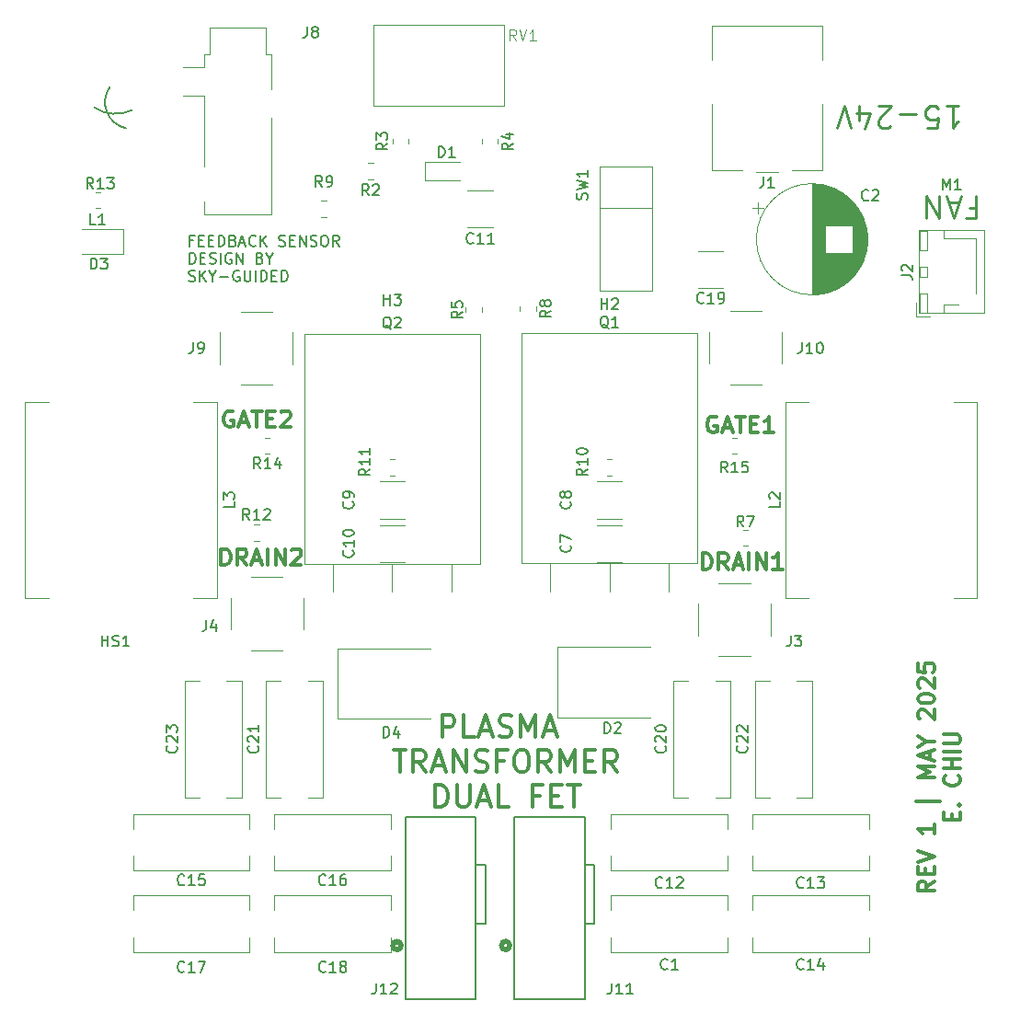
<source format=gto>
%TF.GenerationSoftware,KiCad,Pcbnew,9.0.0*%
%TF.CreationDate,2025-05-27T01:04:57-04:00*%
%TF.ProjectId,PlasmaTransformer-DualFET,506c6173-6d61-4547-9261-6e73666f726d,rev?*%
%TF.SameCoordinates,Original*%
%TF.FileFunction,Legend,Top*%
%TF.FilePolarity,Positive*%
%FSLAX46Y46*%
G04 Gerber Fmt 4.6, Leading zero omitted, Abs format (unit mm)*
G04 Created by KiCad (PCBNEW 9.0.0) date 2025-05-27 01:04:57*
%MOMM*%
%LPD*%
G01*
G04 APERTURE LIST*
%ADD10C,0.300000*%
%ADD11C,0.200000*%
%ADD12C,0.250000*%
%ADD13C,0.150000*%
%ADD14C,0.100000*%
%ADD15C,0.120000*%
%ADD16C,0.152400*%
%ADD17C,0.508000*%
G04 APERTURE END LIST*
D10*
X94595237Y-120799862D02*
X94595237Y-118799862D01*
X94595237Y-118799862D02*
X95357142Y-118799862D01*
X95357142Y-118799862D02*
X95547618Y-118895100D01*
X95547618Y-118895100D02*
X95642856Y-118990338D01*
X95642856Y-118990338D02*
X95738094Y-119180814D01*
X95738094Y-119180814D02*
X95738094Y-119466528D01*
X95738094Y-119466528D02*
X95642856Y-119657004D01*
X95642856Y-119657004D02*
X95547618Y-119752243D01*
X95547618Y-119752243D02*
X95357142Y-119847481D01*
X95357142Y-119847481D02*
X94595237Y-119847481D01*
X97547618Y-120799862D02*
X96595237Y-120799862D01*
X96595237Y-120799862D02*
X96595237Y-118799862D01*
X98119047Y-120228433D02*
X99071428Y-120228433D01*
X97928571Y-120799862D02*
X98595237Y-118799862D01*
X98595237Y-118799862D02*
X99261904Y-120799862D01*
X99833333Y-120704624D02*
X100119047Y-120799862D01*
X100119047Y-120799862D02*
X100595238Y-120799862D01*
X100595238Y-120799862D02*
X100785714Y-120704624D01*
X100785714Y-120704624D02*
X100880952Y-120609385D01*
X100880952Y-120609385D02*
X100976190Y-120418909D01*
X100976190Y-120418909D02*
X100976190Y-120228433D01*
X100976190Y-120228433D02*
X100880952Y-120037957D01*
X100880952Y-120037957D02*
X100785714Y-119942719D01*
X100785714Y-119942719D02*
X100595238Y-119847481D01*
X100595238Y-119847481D02*
X100214285Y-119752243D01*
X100214285Y-119752243D02*
X100023809Y-119657004D01*
X100023809Y-119657004D02*
X99928571Y-119561766D01*
X99928571Y-119561766D02*
X99833333Y-119371290D01*
X99833333Y-119371290D02*
X99833333Y-119180814D01*
X99833333Y-119180814D02*
X99928571Y-118990338D01*
X99928571Y-118990338D02*
X100023809Y-118895100D01*
X100023809Y-118895100D02*
X100214285Y-118799862D01*
X100214285Y-118799862D02*
X100690476Y-118799862D01*
X100690476Y-118799862D02*
X100976190Y-118895100D01*
X101833333Y-120799862D02*
X101833333Y-118799862D01*
X101833333Y-118799862D02*
X102500000Y-120228433D01*
X102500000Y-120228433D02*
X103166666Y-118799862D01*
X103166666Y-118799862D02*
X103166666Y-120799862D01*
X104023809Y-120228433D02*
X104976190Y-120228433D01*
X103833333Y-120799862D02*
X104499999Y-118799862D01*
X104499999Y-118799862D02*
X105166666Y-120799862D01*
X90119047Y-122019750D02*
X91261904Y-122019750D01*
X90690475Y-124019750D02*
X90690475Y-122019750D01*
X93071428Y-124019750D02*
X92404761Y-123067369D01*
X91928571Y-124019750D02*
X91928571Y-122019750D01*
X91928571Y-122019750D02*
X92690476Y-122019750D01*
X92690476Y-122019750D02*
X92880952Y-122114988D01*
X92880952Y-122114988D02*
X92976190Y-122210226D01*
X92976190Y-122210226D02*
X93071428Y-122400702D01*
X93071428Y-122400702D02*
X93071428Y-122686416D01*
X93071428Y-122686416D02*
X92976190Y-122876892D01*
X92976190Y-122876892D02*
X92880952Y-122972131D01*
X92880952Y-122972131D02*
X92690476Y-123067369D01*
X92690476Y-123067369D02*
X91928571Y-123067369D01*
X93833333Y-123448321D02*
X94785714Y-123448321D01*
X93642857Y-124019750D02*
X94309523Y-122019750D01*
X94309523Y-122019750D02*
X94976190Y-124019750D01*
X95642857Y-124019750D02*
X95642857Y-122019750D01*
X95642857Y-122019750D02*
X96785714Y-124019750D01*
X96785714Y-124019750D02*
X96785714Y-122019750D01*
X97642857Y-123924512D02*
X97928571Y-124019750D01*
X97928571Y-124019750D02*
X98404762Y-124019750D01*
X98404762Y-124019750D02*
X98595238Y-123924512D01*
X98595238Y-123924512D02*
X98690476Y-123829273D01*
X98690476Y-123829273D02*
X98785714Y-123638797D01*
X98785714Y-123638797D02*
X98785714Y-123448321D01*
X98785714Y-123448321D02*
X98690476Y-123257845D01*
X98690476Y-123257845D02*
X98595238Y-123162607D01*
X98595238Y-123162607D02*
X98404762Y-123067369D01*
X98404762Y-123067369D02*
X98023809Y-122972131D01*
X98023809Y-122972131D02*
X97833333Y-122876892D01*
X97833333Y-122876892D02*
X97738095Y-122781654D01*
X97738095Y-122781654D02*
X97642857Y-122591178D01*
X97642857Y-122591178D02*
X97642857Y-122400702D01*
X97642857Y-122400702D02*
X97738095Y-122210226D01*
X97738095Y-122210226D02*
X97833333Y-122114988D01*
X97833333Y-122114988D02*
X98023809Y-122019750D01*
X98023809Y-122019750D02*
X98500000Y-122019750D01*
X98500000Y-122019750D02*
X98785714Y-122114988D01*
X100309524Y-122972131D02*
X99642857Y-122972131D01*
X99642857Y-124019750D02*
X99642857Y-122019750D01*
X99642857Y-122019750D02*
X100595238Y-122019750D01*
X101738095Y-122019750D02*
X102119048Y-122019750D01*
X102119048Y-122019750D02*
X102309524Y-122114988D01*
X102309524Y-122114988D02*
X102500000Y-122305464D01*
X102500000Y-122305464D02*
X102595238Y-122686416D01*
X102595238Y-122686416D02*
X102595238Y-123353083D01*
X102595238Y-123353083D02*
X102500000Y-123734035D01*
X102500000Y-123734035D02*
X102309524Y-123924512D01*
X102309524Y-123924512D02*
X102119048Y-124019750D01*
X102119048Y-124019750D02*
X101738095Y-124019750D01*
X101738095Y-124019750D02*
X101547619Y-123924512D01*
X101547619Y-123924512D02*
X101357143Y-123734035D01*
X101357143Y-123734035D02*
X101261905Y-123353083D01*
X101261905Y-123353083D02*
X101261905Y-122686416D01*
X101261905Y-122686416D02*
X101357143Y-122305464D01*
X101357143Y-122305464D02*
X101547619Y-122114988D01*
X101547619Y-122114988D02*
X101738095Y-122019750D01*
X104595238Y-124019750D02*
X103928571Y-123067369D01*
X103452381Y-124019750D02*
X103452381Y-122019750D01*
X103452381Y-122019750D02*
X104214286Y-122019750D01*
X104214286Y-122019750D02*
X104404762Y-122114988D01*
X104404762Y-122114988D02*
X104500000Y-122210226D01*
X104500000Y-122210226D02*
X104595238Y-122400702D01*
X104595238Y-122400702D02*
X104595238Y-122686416D01*
X104595238Y-122686416D02*
X104500000Y-122876892D01*
X104500000Y-122876892D02*
X104404762Y-122972131D01*
X104404762Y-122972131D02*
X104214286Y-123067369D01*
X104214286Y-123067369D02*
X103452381Y-123067369D01*
X105452381Y-124019750D02*
X105452381Y-122019750D01*
X105452381Y-122019750D02*
X106119048Y-123448321D01*
X106119048Y-123448321D02*
X106785714Y-122019750D01*
X106785714Y-122019750D02*
X106785714Y-124019750D01*
X107738095Y-122972131D02*
X108404762Y-122972131D01*
X108690476Y-124019750D02*
X107738095Y-124019750D01*
X107738095Y-124019750D02*
X107738095Y-122019750D01*
X107738095Y-122019750D02*
X108690476Y-122019750D01*
X110690476Y-124019750D02*
X110023809Y-123067369D01*
X109547619Y-124019750D02*
X109547619Y-122019750D01*
X109547619Y-122019750D02*
X110309524Y-122019750D01*
X110309524Y-122019750D02*
X110500000Y-122114988D01*
X110500000Y-122114988D02*
X110595238Y-122210226D01*
X110595238Y-122210226D02*
X110690476Y-122400702D01*
X110690476Y-122400702D02*
X110690476Y-122686416D01*
X110690476Y-122686416D02*
X110595238Y-122876892D01*
X110595238Y-122876892D02*
X110500000Y-122972131D01*
X110500000Y-122972131D02*
X110309524Y-123067369D01*
X110309524Y-123067369D02*
X109547619Y-123067369D01*
X93976189Y-127239638D02*
X93976189Y-125239638D01*
X93976189Y-125239638D02*
X94452379Y-125239638D01*
X94452379Y-125239638D02*
X94738094Y-125334876D01*
X94738094Y-125334876D02*
X94928570Y-125525352D01*
X94928570Y-125525352D02*
X95023808Y-125715828D01*
X95023808Y-125715828D02*
X95119046Y-126096780D01*
X95119046Y-126096780D02*
X95119046Y-126382495D01*
X95119046Y-126382495D02*
X95023808Y-126763447D01*
X95023808Y-126763447D02*
X94928570Y-126953923D01*
X94928570Y-126953923D02*
X94738094Y-127144400D01*
X94738094Y-127144400D02*
X94452379Y-127239638D01*
X94452379Y-127239638D02*
X93976189Y-127239638D01*
X95976189Y-125239638D02*
X95976189Y-126858685D01*
X95976189Y-126858685D02*
X96071427Y-127049161D01*
X96071427Y-127049161D02*
X96166665Y-127144400D01*
X96166665Y-127144400D02*
X96357141Y-127239638D01*
X96357141Y-127239638D02*
X96738094Y-127239638D01*
X96738094Y-127239638D02*
X96928570Y-127144400D01*
X96928570Y-127144400D02*
X97023808Y-127049161D01*
X97023808Y-127049161D02*
X97119046Y-126858685D01*
X97119046Y-126858685D02*
X97119046Y-125239638D01*
X97976189Y-126668209D02*
X98928570Y-126668209D01*
X97785713Y-127239638D02*
X98452379Y-125239638D01*
X98452379Y-125239638D02*
X99119046Y-127239638D01*
X100738094Y-127239638D02*
X99785713Y-127239638D01*
X99785713Y-127239638D02*
X99785713Y-125239638D01*
X103595238Y-126192019D02*
X102928571Y-126192019D01*
X102928571Y-127239638D02*
X102928571Y-125239638D01*
X102928571Y-125239638D02*
X103880952Y-125239638D01*
X104642857Y-126192019D02*
X105309524Y-126192019D01*
X105595238Y-127239638D02*
X104642857Y-127239638D01*
X104642857Y-127239638D02*
X104642857Y-125239638D01*
X104642857Y-125239638D02*
X105595238Y-125239638D01*
X106166667Y-125239638D02*
X107309524Y-125239638D01*
X106738095Y-127239638D02*
X106738095Y-125239638D01*
X74254510Y-105000828D02*
X74254510Y-103500828D01*
X74254510Y-103500828D02*
X74611653Y-103500828D01*
X74611653Y-103500828D02*
X74825939Y-103572257D01*
X74825939Y-103572257D02*
X74968796Y-103715114D01*
X74968796Y-103715114D02*
X75040225Y-103857971D01*
X75040225Y-103857971D02*
X75111653Y-104143685D01*
X75111653Y-104143685D02*
X75111653Y-104357971D01*
X75111653Y-104357971D02*
X75040225Y-104643685D01*
X75040225Y-104643685D02*
X74968796Y-104786542D01*
X74968796Y-104786542D02*
X74825939Y-104929400D01*
X74825939Y-104929400D02*
X74611653Y-105000828D01*
X74611653Y-105000828D02*
X74254510Y-105000828D01*
X76611653Y-105000828D02*
X76111653Y-104286542D01*
X75754510Y-105000828D02*
X75754510Y-103500828D01*
X75754510Y-103500828D02*
X76325939Y-103500828D01*
X76325939Y-103500828D02*
X76468796Y-103572257D01*
X76468796Y-103572257D02*
X76540225Y-103643685D01*
X76540225Y-103643685D02*
X76611653Y-103786542D01*
X76611653Y-103786542D02*
X76611653Y-104000828D01*
X76611653Y-104000828D02*
X76540225Y-104143685D01*
X76540225Y-104143685D02*
X76468796Y-104215114D01*
X76468796Y-104215114D02*
X76325939Y-104286542D01*
X76325939Y-104286542D02*
X75754510Y-104286542D01*
X77183082Y-104572257D02*
X77897368Y-104572257D01*
X77040225Y-105000828D02*
X77540225Y-103500828D01*
X77540225Y-103500828D02*
X78040225Y-105000828D01*
X78540224Y-105000828D02*
X78540224Y-103500828D01*
X79254510Y-105000828D02*
X79254510Y-103500828D01*
X79254510Y-103500828D02*
X80111653Y-105000828D01*
X80111653Y-105000828D02*
X80111653Y-103500828D01*
X80754511Y-103643685D02*
X80825939Y-103572257D01*
X80825939Y-103572257D02*
X80968797Y-103500828D01*
X80968797Y-103500828D02*
X81325939Y-103500828D01*
X81325939Y-103500828D02*
X81468797Y-103572257D01*
X81468797Y-103572257D02*
X81540225Y-103643685D01*
X81540225Y-103643685D02*
X81611654Y-103786542D01*
X81611654Y-103786542D02*
X81611654Y-103929400D01*
X81611654Y-103929400D02*
X81540225Y-104143685D01*
X81540225Y-104143685D02*
X80683082Y-105000828D01*
X80683082Y-105000828D02*
X81611654Y-105000828D01*
X75340225Y-90872257D02*
X75197368Y-90800828D01*
X75197368Y-90800828D02*
X74983082Y-90800828D01*
X74983082Y-90800828D02*
X74768796Y-90872257D01*
X74768796Y-90872257D02*
X74625939Y-91015114D01*
X74625939Y-91015114D02*
X74554510Y-91157971D01*
X74554510Y-91157971D02*
X74483082Y-91443685D01*
X74483082Y-91443685D02*
X74483082Y-91657971D01*
X74483082Y-91657971D02*
X74554510Y-91943685D01*
X74554510Y-91943685D02*
X74625939Y-92086542D01*
X74625939Y-92086542D02*
X74768796Y-92229400D01*
X74768796Y-92229400D02*
X74983082Y-92300828D01*
X74983082Y-92300828D02*
X75125939Y-92300828D01*
X75125939Y-92300828D02*
X75340225Y-92229400D01*
X75340225Y-92229400D02*
X75411653Y-92157971D01*
X75411653Y-92157971D02*
X75411653Y-91657971D01*
X75411653Y-91657971D02*
X75125939Y-91657971D01*
X75983082Y-91872257D02*
X76697368Y-91872257D01*
X75840225Y-92300828D02*
X76340225Y-90800828D01*
X76340225Y-90800828D02*
X76840225Y-92300828D01*
X77125939Y-90800828D02*
X77983082Y-90800828D01*
X77554510Y-92300828D02*
X77554510Y-90800828D01*
X78483081Y-91515114D02*
X78983081Y-91515114D01*
X79197367Y-92300828D02*
X78483081Y-92300828D01*
X78483081Y-92300828D02*
X78483081Y-90800828D01*
X78483081Y-90800828D02*
X79197367Y-90800828D01*
X79768796Y-90943685D02*
X79840224Y-90872257D01*
X79840224Y-90872257D02*
X79983082Y-90800828D01*
X79983082Y-90800828D02*
X80340224Y-90800828D01*
X80340224Y-90800828D02*
X80483082Y-90872257D01*
X80483082Y-90872257D02*
X80554510Y-90943685D01*
X80554510Y-90943685D02*
X80625939Y-91086542D01*
X80625939Y-91086542D02*
X80625939Y-91229400D01*
X80625939Y-91229400D02*
X80554510Y-91443685D01*
X80554510Y-91443685D02*
X79697367Y-92300828D01*
X79697367Y-92300828D02*
X80625939Y-92300828D01*
X119840225Y-91372257D02*
X119697368Y-91300828D01*
X119697368Y-91300828D02*
X119483082Y-91300828D01*
X119483082Y-91300828D02*
X119268796Y-91372257D01*
X119268796Y-91372257D02*
X119125939Y-91515114D01*
X119125939Y-91515114D02*
X119054510Y-91657971D01*
X119054510Y-91657971D02*
X118983082Y-91943685D01*
X118983082Y-91943685D02*
X118983082Y-92157971D01*
X118983082Y-92157971D02*
X119054510Y-92443685D01*
X119054510Y-92443685D02*
X119125939Y-92586542D01*
X119125939Y-92586542D02*
X119268796Y-92729400D01*
X119268796Y-92729400D02*
X119483082Y-92800828D01*
X119483082Y-92800828D02*
X119625939Y-92800828D01*
X119625939Y-92800828D02*
X119840225Y-92729400D01*
X119840225Y-92729400D02*
X119911653Y-92657971D01*
X119911653Y-92657971D02*
X119911653Y-92157971D01*
X119911653Y-92157971D02*
X119625939Y-92157971D01*
X120483082Y-92372257D02*
X121197368Y-92372257D01*
X120340225Y-92800828D02*
X120840225Y-91300828D01*
X120840225Y-91300828D02*
X121340225Y-92800828D01*
X121625939Y-91300828D02*
X122483082Y-91300828D01*
X122054510Y-92800828D02*
X122054510Y-91300828D01*
X122983081Y-92015114D02*
X123483081Y-92015114D01*
X123697367Y-92800828D02*
X122983081Y-92800828D01*
X122983081Y-92800828D02*
X122983081Y-91300828D01*
X122983081Y-91300828D02*
X123697367Y-91300828D01*
X125125939Y-92800828D02*
X124268796Y-92800828D01*
X124697367Y-92800828D02*
X124697367Y-91300828D01*
X124697367Y-91300828D02*
X124554510Y-91515114D01*
X124554510Y-91515114D02*
X124411653Y-91657971D01*
X124411653Y-91657971D02*
X124268796Y-91729400D01*
X118554510Y-105400828D02*
X118554510Y-103900828D01*
X118554510Y-103900828D02*
X118911653Y-103900828D01*
X118911653Y-103900828D02*
X119125939Y-103972257D01*
X119125939Y-103972257D02*
X119268796Y-104115114D01*
X119268796Y-104115114D02*
X119340225Y-104257971D01*
X119340225Y-104257971D02*
X119411653Y-104543685D01*
X119411653Y-104543685D02*
X119411653Y-104757971D01*
X119411653Y-104757971D02*
X119340225Y-105043685D01*
X119340225Y-105043685D02*
X119268796Y-105186542D01*
X119268796Y-105186542D02*
X119125939Y-105329400D01*
X119125939Y-105329400D02*
X118911653Y-105400828D01*
X118911653Y-105400828D02*
X118554510Y-105400828D01*
X120911653Y-105400828D02*
X120411653Y-104686542D01*
X120054510Y-105400828D02*
X120054510Y-103900828D01*
X120054510Y-103900828D02*
X120625939Y-103900828D01*
X120625939Y-103900828D02*
X120768796Y-103972257D01*
X120768796Y-103972257D02*
X120840225Y-104043685D01*
X120840225Y-104043685D02*
X120911653Y-104186542D01*
X120911653Y-104186542D02*
X120911653Y-104400828D01*
X120911653Y-104400828D02*
X120840225Y-104543685D01*
X120840225Y-104543685D02*
X120768796Y-104615114D01*
X120768796Y-104615114D02*
X120625939Y-104686542D01*
X120625939Y-104686542D02*
X120054510Y-104686542D01*
X121483082Y-104972257D02*
X122197368Y-104972257D01*
X121340225Y-105400828D02*
X121840225Y-103900828D01*
X121840225Y-103900828D02*
X122340225Y-105400828D01*
X122840224Y-105400828D02*
X122840224Y-103900828D01*
X123554510Y-105400828D02*
X123554510Y-103900828D01*
X123554510Y-103900828D02*
X124411653Y-105400828D01*
X124411653Y-105400828D02*
X124411653Y-103900828D01*
X125911654Y-105400828D02*
X125054511Y-105400828D01*
X125483082Y-105400828D02*
X125483082Y-103900828D01*
X125483082Y-103900828D02*
X125340225Y-104115114D01*
X125340225Y-104115114D02*
X125197368Y-104257971D01*
X125197368Y-104257971D02*
X125054511Y-104329400D01*
D11*
X65502085Y-64789996D02*
G75*
G02*
X64000000Y-61000000I497915J2389996D01*
G01*
X66055437Y-63118492D02*
G75*
G02*
X62599981Y-62900030I-1528137J3266192D01*
G01*
D12*
X143092669Y-72105380D02*
X143759336Y-72105380D01*
X143759336Y-71057761D02*
X143759336Y-73057761D01*
X143759336Y-73057761D02*
X142806955Y-73057761D01*
X142140288Y-71629190D02*
X141187907Y-71629190D01*
X142330764Y-71057761D02*
X141664098Y-73057761D01*
X141664098Y-73057761D02*
X140997431Y-71057761D01*
X140330764Y-71057761D02*
X140330764Y-73057761D01*
X140330764Y-73057761D02*
X139187907Y-71057761D01*
X139187907Y-71057761D02*
X139187907Y-73057761D01*
D13*
X71670112Y-75126121D02*
X71336779Y-75126121D01*
X71336779Y-75649931D02*
X71336779Y-74649931D01*
X71336779Y-74649931D02*
X71812969Y-74649931D01*
X72193922Y-75126121D02*
X72527255Y-75126121D01*
X72670112Y-75649931D02*
X72193922Y-75649931D01*
X72193922Y-75649931D02*
X72193922Y-74649931D01*
X72193922Y-74649931D02*
X72670112Y-74649931D01*
X73098684Y-75126121D02*
X73432017Y-75126121D01*
X73574874Y-75649931D02*
X73098684Y-75649931D01*
X73098684Y-75649931D02*
X73098684Y-74649931D01*
X73098684Y-74649931D02*
X73574874Y-74649931D01*
X74003446Y-75649931D02*
X74003446Y-74649931D01*
X74003446Y-74649931D02*
X74241541Y-74649931D01*
X74241541Y-74649931D02*
X74384398Y-74697550D01*
X74384398Y-74697550D02*
X74479636Y-74792788D01*
X74479636Y-74792788D02*
X74527255Y-74888026D01*
X74527255Y-74888026D02*
X74574874Y-75078502D01*
X74574874Y-75078502D02*
X74574874Y-75221359D01*
X74574874Y-75221359D02*
X74527255Y-75411835D01*
X74527255Y-75411835D02*
X74479636Y-75507073D01*
X74479636Y-75507073D02*
X74384398Y-75602312D01*
X74384398Y-75602312D02*
X74241541Y-75649931D01*
X74241541Y-75649931D02*
X74003446Y-75649931D01*
X75336779Y-75126121D02*
X75479636Y-75173740D01*
X75479636Y-75173740D02*
X75527255Y-75221359D01*
X75527255Y-75221359D02*
X75574874Y-75316597D01*
X75574874Y-75316597D02*
X75574874Y-75459454D01*
X75574874Y-75459454D02*
X75527255Y-75554692D01*
X75527255Y-75554692D02*
X75479636Y-75602312D01*
X75479636Y-75602312D02*
X75384398Y-75649931D01*
X75384398Y-75649931D02*
X75003446Y-75649931D01*
X75003446Y-75649931D02*
X75003446Y-74649931D01*
X75003446Y-74649931D02*
X75336779Y-74649931D01*
X75336779Y-74649931D02*
X75432017Y-74697550D01*
X75432017Y-74697550D02*
X75479636Y-74745169D01*
X75479636Y-74745169D02*
X75527255Y-74840407D01*
X75527255Y-74840407D02*
X75527255Y-74935645D01*
X75527255Y-74935645D02*
X75479636Y-75030883D01*
X75479636Y-75030883D02*
X75432017Y-75078502D01*
X75432017Y-75078502D02*
X75336779Y-75126121D01*
X75336779Y-75126121D02*
X75003446Y-75126121D01*
X75955827Y-75364216D02*
X76432017Y-75364216D01*
X75860589Y-75649931D02*
X76193922Y-74649931D01*
X76193922Y-74649931D02*
X76527255Y-75649931D01*
X77432017Y-75554692D02*
X77384398Y-75602312D01*
X77384398Y-75602312D02*
X77241541Y-75649931D01*
X77241541Y-75649931D02*
X77146303Y-75649931D01*
X77146303Y-75649931D02*
X77003446Y-75602312D01*
X77003446Y-75602312D02*
X76908208Y-75507073D01*
X76908208Y-75507073D02*
X76860589Y-75411835D01*
X76860589Y-75411835D02*
X76812970Y-75221359D01*
X76812970Y-75221359D02*
X76812970Y-75078502D01*
X76812970Y-75078502D02*
X76860589Y-74888026D01*
X76860589Y-74888026D02*
X76908208Y-74792788D01*
X76908208Y-74792788D02*
X77003446Y-74697550D01*
X77003446Y-74697550D02*
X77146303Y-74649931D01*
X77146303Y-74649931D02*
X77241541Y-74649931D01*
X77241541Y-74649931D02*
X77384398Y-74697550D01*
X77384398Y-74697550D02*
X77432017Y-74745169D01*
X77860589Y-75649931D02*
X77860589Y-74649931D01*
X78432017Y-75649931D02*
X78003446Y-75078502D01*
X78432017Y-74649931D02*
X77860589Y-75221359D01*
X79574875Y-75602312D02*
X79717732Y-75649931D01*
X79717732Y-75649931D02*
X79955827Y-75649931D01*
X79955827Y-75649931D02*
X80051065Y-75602312D01*
X80051065Y-75602312D02*
X80098684Y-75554692D01*
X80098684Y-75554692D02*
X80146303Y-75459454D01*
X80146303Y-75459454D02*
X80146303Y-75364216D01*
X80146303Y-75364216D02*
X80098684Y-75268978D01*
X80098684Y-75268978D02*
X80051065Y-75221359D01*
X80051065Y-75221359D02*
X79955827Y-75173740D01*
X79955827Y-75173740D02*
X79765351Y-75126121D01*
X79765351Y-75126121D02*
X79670113Y-75078502D01*
X79670113Y-75078502D02*
X79622494Y-75030883D01*
X79622494Y-75030883D02*
X79574875Y-74935645D01*
X79574875Y-74935645D02*
X79574875Y-74840407D01*
X79574875Y-74840407D02*
X79622494Y-74745169D01*
X79622494Y-74745169D02*
X79670113Y-74697550D01*
X79670113Y-74697550D02*
X79765351Y-74649931D01*
X79765351Y-74649931D02*
X80003446Y-74649931D01*
X80003446Y-74649931D02*
X80146303Y-74697550D01*
X80574875Y-75126121D02*
X80908208Y-75126121D01*
X81051065Y-75649931D02*
X80574875Y-75649931D01*
X80574875Y-75649931D02*
X80574875Y-74649931D01*
X80574875Y-74649931D02*
X81051065Y-74649931D01*
X81479637Y-75649931D02*
X81479637Y-74649931D01*
X81479637Y-74649931D02*
X82051065Y-75649931D01*
X82051065Y-75649931D02*
X82051065Y-74649931D01*
X82479637Y-75602312D02*
X82622494Y-75649931D01*
X82622494Y-75649931D02*
X82860589Y-75649931D01*
X82860589Y-75649931D02*
X82955827Y-75602312D01*
X82955827Y-75602312D02*
X83003446Y-75554692D01*
X83003446Y-75554692D02*
X83051065Y-75459454D01*
X83051065Y-75459454D02*
X83051065Y-75364216D01*
X83051065Y-75364216D02*
X83003446Y-75268978D01*
X83003446Y-75268978D02*
X82955827Y-75221359D01*
X82955827Y-75221359D02*
X82860589Y-75173740D01*
X82860589Y-75173740D02*
X82670113Y-75126121D01*
X82670113Y-75126121D02*
X82574875Y-75078502D01*
X82574875Y-75078502D02*
X82527256Y-75030883D01*
X82527256Y-75030883D02*
X82479637Y-74935645D01*
X82479637Y-74935645D02*
X82479637Y-74840407D01*
X82479637Y-74840407D02*
X82527256Y-74745169D01*
X82527256Y-74745169D02*
X82574875Y-74697550D01*
X82574875Y-74697550D02*
X82670113Y-74649931D01*
X82670113Y-74649931D02*
X82908208Y-74649931D01*
X82908208Y-74649931D02*
X83051065Y-74697550D01*
X83670113Y-74649931D02*
X83860589Y-74649931D01*
X83860589Y-74649931D02*
X83955827Y-74697550D01*
X83955827Y-74697550D02*
X84051065Y-74792788D01*
X84051065Y-74792788D02*
X84098684Y-74983264D01*
X84098684Y-74983264D02*
X84098684Y-75316597D01*
X84098684Y-75316597D02*
X84051065Y-75507073D01*
X84051065Y-75507073D02*
X83955827Y-75602312D01*
X83955827Y-75602312D02*
X83860589Y-75649931D01*
X83860589Y-75649931D02*
X83670113Y-75649931D01*
X83670113Y-75649931D02*
X83574875Y-75602312D01*
X83574875Y-75602312D02*
X83479637Y-75507073D01*
X83479637Y-75507073D02*
X83432018Y-75316597D01*
X83432018Y-75316597D02*
X83432018Y-74983264D01*
X83432018Y-74983264D02*
X83479637Y-74792788D01*
X83479637Y-74792788D02*
X83574875Y-74697550D01*
X83574875Y-74697550D02*
X83670113Y-74649931D01*
X85098684Y-75649931D02*
X84765351Y-75173740D01*
X84527256Y-75649931D02*
X84527256Y-74649931D01*
X84527256Y-74649931D02*
X84908208Y-74649931D01*
X84908208Y-74649931D02*
X85003446Y-74697550D01*
X85003446Y-74697550D02*
X85051065Y-74745169D01*
X85051065Y-74745169D02*
X85098684Y-74840407D01*
X85098684Y-74840407D02*
X85098684Y-74983264D01*
X85098684Y-74983264D02*
X85051065Y-75078502D01*
X85051065Y-75078502D02*
X85003446Y-75126121D01*
X85003446Y-75126121D02*
X84908208Y-75173740D01*
X84908208Y-75173740D02*
X84527256Y-75173740D01*
X71336779Y-77259875D02*
X71336779Y-76259875D01*
X71336779Y-76259875D02*
X71574874Y-76259875D01*
X71574874Y-76259875D02*
X71717731Y-76307494D01*
X71717731Y-76307494D02*
X71812969Y-76402732D01*
X71812969Y-76402732D02*
X71860588Y-76497970D01*
X71860588Y-76497970D02*
X71908207Y-76688446D01*
X71908207Y-76688446D02*
X71908207Y-76831303D01*
X71908207Y-76831303D02*
X71860588Y-77021779D01*
X71860588Y-77021779D02*
X71812969Y-77117017D01*
X71812969Y-77117017D02*
X71717731Y-77212256D01*
X71717731Y-77212256D02*
X71574874Y-77259875D01*
X71574874Y-77259875D02*
X71336779Y-77259875D01*
X72336779Y-76736065D02*
X72670112Y-76736065D01*
X72812969Y-77259875D02*
X72336779Y-77259875D01*
X72336779Y-77259875D02*
X72336779Y-76259875D01*
X72336779Y-76259875D02*
X72812969Y-76259875D01*
X73193922Y-77212256D02*
X73336779Y-77259875D01*
X73336779Y-77259875D02*
X73574874Y-77259875D01*
X73574874Y-77259875D02*
X73670112Y-77212256D01*
X73670112Y-77212256D02*
X73717731Y-77164636D01*
X73717731Y-77164636D02*
X73765350Y-77069398D01*
X73765350Y-77069398D02*
X73765350Y-76974160D01*
X73765350Y-76974160D02*
X73717731Y-76878922D01*
X73717731Y-76878922D02*
X73670112Y-76831303D01*
X73670112Y-76831303D02*
X73574874Y-76783684D01*
X73574874Y-76783684D02*
X73384398Y-76736065D01*
X73384398Y-76736065D02*
X73289160Y-76688446D01*
X73289160Y-76688446D02*
X73241541Y-76640827D01*
X73241541Y-76640827D02*
X73193922Y-76545589D01*
X73193922Y-76545589D02*
X73193922Y-76450351D01*
X73193922Y-76450351D02*
X73241541Y-76355113D01*
X73241541Y-76355113D02*
X73289160Y-76307494D01*
X73289160Y-76307494D02*
X73384398Y-76259875D01*
X73384398Y-76259875D02*
X73622493Y-76259875D01*
X73622493Y-76259875D02*
X73765350Y-76307494D01*
X74193922Y-77259875D02*
X74193922Y-76259875D01*
X75193921Y-76307494D02*
X75098683Y-76259875D01*
X75098683Y-76259875D02*
X74955826Y-76259875D01*
X74955826Y-76259875D02*
X74812969Y-76307494D01*
X74812969Y-76307494D02*
X74717731Y-76402732D01*
X74717731Y-76402732D02*
X74670112Y-76497970D01*
X74670112Y-76497970D02*
X74622493Y-76688446D01*
X74622493Y-76688446D02*
X74622493Y-76831303D01*
X74622493Y-76831303D02*
X74670112Y-77021779D01*
X74670112Y-77021779D02*
X74717731Y-77117017D01*
X74717731Y-77117017D02*
X74812969Y-77212256D01*
X74812969Y-77212256D02*
X74955826Y-77259875D01*
X74955826Y-77259875D02*
X75051064Y-77259875D01*
X75051064Y-77259875D02*
X75193921Y-77212256D01*
X75193921Y-77212256D02*
X75241540Y-77164636D01*
X75241540Y-77164636D02*
X75241540Y-76831303D01*
X75241540Y-76831303D02*
X75051064Y-76831303D01*
X75670112Y-77259875D02*
X75670112Y-76259875D01*
X75670112Y-76259875D02*
X76241540Y-77259875D01*
X76241540Y-77259875D02*
X76241540Y-76259875D01*
X77812969Y-76736065D02*
X77955826Y-76783684D01*
X77955826Y-76783684D02*
X78003445Y-76831303D01*
X78003445Y-76831303D02*
X78051064Y-76926541D01*
X78051064Y-76926541D02*
X78051064Y-77069398D01*
X78051064Y-77069398D02*
X78003445Y-77164636D01*
X78003445Y-77164636D02*
X77955826Y-77212256D01*
X77955826Y-77212256D02*
X77860588Y-77259875D01*
X77860588Y-77259875D02*
X77479636Y-77259875D01*
X77479636Y-77259875D02*
X77479636Y-76259875D01*
X77479636Y-76259875D02*
X77812969Y-76259875D01*
X77812969Y-76259875D02*
X77908207Y-76307494D01*
X77908207Y-76307494D02*
X77955826Y-76355113D01*
X77955826Y-76355113D02*
X78003445Y-76450351D01*
X78003445Y-76450351D02*
X78003445Y-76545589D01*
X78003445Y-76545589D02*
X77955826Y-76640827D01*
X77955826Y-76640827D02*
X77908207Y-76688446D01*
X77908207Y-76688446D02*
X77812969Y-76736065D01*
X77812969Y-76736065D02*
X77479636Y-76736065D01*
X78670112Y-76783684D02*
X78670112Y-77259875D01*
X78336779Y-76259875D02*
X78670112Y-76783684D01*
X78670112Y-76783684D02*
X79003445Y-76259875D01*
X71289160Y-78822200D02*
X71432017Y-78869819D01*
X71432017Y-78869819D02*
X71670112Y-78869819D01*
X71670112Y-78869819D02*
X71765350Y-78822200D01*
X71765350Y-78822200D02*
X71812969Y-78774580D01*
X71812969Y-78774580D02*
X71860588Y-78679342D01*
X71860588Y-78679342D02*
X71860588Y-78584104D01*
X71860588Y-78584104D02*
X71812969Y-78488866D01*
X71812969Y-78488866D02*
X71765350Y-78441247D01*
X71765350Y-78441247D02*
X71670112Y-78393628D01*
X71670112Y-78393628D02*
X71479636Y-78346009D01*
X71479636Y-78346009D02*
X71384398Y-78298390D01*
X71384398Y-78298390D02*
X71336779Y-78250771D01*
X71336779Y-78250771D02*
X71289160Y-78155533D01*
X71289160Y-78155533D02*
X71289160Y-78060295D01*
X71289160Y-78060295D02*
X71336779Y-77965057D01*
X71336779Y-77965057D02*
X71384398Y-77917438D01*
X71384398Y-77917438D02*
X71479636Y-77869819D01*
X71479636Y-77869819D02*
X71717731Y-77869819D01*
X71717731Y-77869819D02*
X71860588Y-77917438D01*
X72289160Y-78869819D02*
X72289160Y-77869819D01*
X72860588Y-78869819D02*
X72432017Y-78298390D01*
X72860588Y-77869819D02*
X72289160Y-78441247D01*
X73479636Y-78393628D02*
X73479636Y-78869819D01*
X73146303Y-77869819D02*
X73479636Y-78393628D01*
X73479636Y-78393628D02*
X73812969Y-77869819D01*
X74146303Y-78488866D02*
X74908208Y-78488866D01*
X75908207Y-77917438D02*
X75812969Y-77869819D01*
X75812969Y-77869819D02*
X75670112Y-77869819D01*
X75670112Y-77869819D02*
X75527255Y-77917438D01*
X75527255Y-77917438D02*
X75432017Y-78012676D01*
X75432017Y-78012676D02*
X75384398Y-78107914D01*
X75384398Y-78107914D02*
X75336779Y-78298390D01*
X75336779Y-78298390D02*
X75336779Y-78441247D01*
X75336779Y-78441247D02*
X75384398Y-78631723D01*
X75384398Y-78631723D02*
X75432017Y-78726961D01*
X75432017Y-78726961D02*
X75527255Y-78822200D01*
X75527255Y-78822200D02*
X75670112Y-78869819D01*
X75670112Y-78869819D02*
X75765350Y-78869819D01*
X75765350Y-78869819D02*
X75908207Y-78822200D01*
X75908207Y-78822200D02*
X75955826Y-78774580D01*
X75955826Y-78774580D02*
X75955826Y-78441247D01*
X75955826Y-78441247D02*
X75765350Y-78441247D01*
X76384398Y-77869819D02*
X76384398Y-78679342D01*
X76384398Y-78679342D02*
X76432017Y-78774580D01*
X76432017Y-78774580D02*
X76479636Y-78822200D01*
X76479636Y-78822200D02*
X76574874Y-78869819D01*
X76574874Y-78869819D02*
X76765350Y-78869819D01*
X76765350Y-78869819D02*
X76860588Y-78822200D01*
X76860588Y-78822200D02*
X76908207Y-78774580D01*
X76908207Y-78774580D02*
X76955826Y-78679342D01*
X76955826Y-78679342D02*
X76955826Y-77869819D01*
X77432017Y-78869819D02*
X77432017Y-77869819D01*
X77908207Y-78869819D02*
X77908207Y-77869819D01*
X77908207Y-77869819D02*
X78146302Y-77869819D01*
X78146302Y-77869819D02*
X78289159Y-77917438D01*
X78289159Y-77917438D02*
X78384397Y-78012676D01*
X78384397Y-78012676D02*
X78432016Y-78107914D01*
X78432016Y-78107914D02*
X78479635Y-78298390D01*
X78479635Y-78298390D02*
X78479635Y-78441247D01*
X78479635Y-78441247D02*
X78432016Y-78631723D01*
X78432016Y-78631723D02*
X78384397Y-78726961D01*
X78384397Y-78726961D02*
X78289159Y-78822200D01*
X78289159Y-78822200D02*
X78146302Y-78869819D01*
X78146302Y-78869819D02*
X77908207Y-78869819D01*
X78908207Y-78346009D02*
X79241540Y-78346009D01*
X79384397Y-78869819D02*
X78908207Y-78869819D01*
X78908207Y-78869819D02*
X78908207Y-77869819D01*
X78908207Y-77869819D02*
X79384397Y-77869819D01*
X79812969Y-78869819D02*
X79812969Y-77869819D01*
X79812969Y-77869819D02*
X80051064Y-77869819D01*
X80051064Y-77869819D02*
X80193921Y-77917438D01*
X80193921Y-77917438D02*
X80289159Y-78012676D01*
X80289159Y-78012676D02*
X80336778Y-78107914D01*
X80336778Y-78107914D02*
X80384397Y-78298390D01*
X80384397Y-78298390D02*
X80384397Y-78441247D01*
X80384397Y-78441247D02*
X80336778Y-78631723D01*
X80336778Y-78631723D02*
X80289159Y-78726961D01*
X80289159Y-78726961D02*
X80193921Y-78822200D01*
X80193921Y-78822200D02*
X80051064Y-78869819D01*
X80051064Y-78869819D02*
X79812969Y-78869819D01*
D12*
X141011717Y-62757761D02*
X142154574Y-62757761D01*
X141583146Y-62757761D02*
X141583146Y-64757761D01*
X141583146Y-64757761D02*
X141773622Y-64472047D01*
X141773622Y-64472047D02*
X141964098Y-64281571D01*
X141964098Y-64281571D02*
X142154574Y-64186333D01*
X139202193Y-64757761D02*
X140154574Y-64757761D01*
X140154574Y-64757761D02*
X140249812Y-63805380D01*
X140249812Y-63805380D02*
X140154574Y-63900619D01*
X140154574Y-63900619D02*
X139964098Y-63995857D01*
X139964098Y-63995857D02*
X139487907Y-63995857D01*
X139487907Y-63995857D02*
X139297431Y-63900619D01*
X139297431Y-63900619D02*
X139202193Y-63805380D01*
X139202193Y-63805380D02*
X139106955Y-63614904D01*
X139106955Y-63614904D02*
X139106955Y-63138714D01*
X139106955Y-63138714D02*
X139202193Y-62948238D01*
X139202193Y-62948238D02*
X139297431Y-62853000D01*
X139297431Y-62853000D02*
X139487907Y-62757761D01*
X139487907Y-62757761D02*
X139964098Y-62757761D01*
X139964098Y-62757761D02*
X140154574Y-62853000D01*
X140154574Y-62853000D02*
X140249812Y-62948238D01*
X138249812Y-63519666D02*
X136726003Y-63519666D01*
X135868860Y-64567285D02*
X135773622Y-64662523D01*
X135773622Y-64662523D02*
X135583146Y-64757761D01*
X135583146Y-64757761D02*
X135106955Y-64757761D01*
X135106955Y-64757761D02*
X134916479Y-64662523D01*
X134916479Y-64662523D02*
X134821241Y-64567285D01*
X134821241Y-64567285D02*
X134726003Y-64376809D01*
X134726003Y-64376809D02*
X134726003Y-64186333D01*
X134726003Y-64186333D02*
X134821241Y-63900619D01*
X134821241Y-63900619D02*
X135964098Y-62757761D01*
X135964098Y-62757761D02*
X134726003Y-62757761D01*
X133011717Y-64091095D02*
X133011717Y-62757761D01*
X133487908Y-64853000D02*
X133964098Y-63424428D01*
X133964098Y-63424428D02*
X132726003Y-63424428D01*
X132249812Y-64757761D02*
X131583146Y-62757761D01*
X131583146Y-62757761D02*
X130916479Y-64757761D01*
D10*
X139885912Y-134071426D02*
X139171626Y-134571426D01*
X139885912Y-134928569D02*
X138385912Y-134928569D01*
X138385912Y-134928569D02*
X138385912Y-134357140D01*
X138385912Y-134357140D02*
X138457341Y-134214283D01*
X138457341Y-134214283D02*
X138528769Y-134142854D01*
X138528769Y-134142854D02*
X138671626Y-134071426D01*
X138671626Y-134071426D02*
X138885912Y-134071426D01*
X138885912Y-134071426D02*
X139028769Y-134142854D01*
X139028769Y-134142854D02*
X139100198Y-134214283D01*
X139100198Y-134214283D02*
X139171626Y-134357140D01*
X139171626Y-134357140D02*
X139171626Y-134928569D01*
X139100198Y-133428569D02*
X139100198Y-132928569D01*
X139885912Y-132714283D02*
X139885912Y-133428569D01*
X139885912Y-133428569D02*
X138385912Y-133428569D01*
X138385912Y-133428569D02*
X138385912Y-132714283D01*
X138385912Y-132285711D02*
X139885912Y-131785711D01*
X139885912Y-131785711D02*
X138385912Y-131285711D01*
X139885912Y-128857140D02*
X139885912Y-129714283D01*
X139885912Y-129285712D02*
X138385912Y-129285712D01*
X138385912Y-129285712D02*
X138600198Y-129428569D01*
X138600198Y-129428569D02*
X138743055Y-129571426D01*
X138743055Y-129571426D02*
X138814484Y-129714283D01*
X140385912Y-126714284D02*
X138243055Y-126714284D01*
X139885912Y-124499999D02*
X138385912Y-124499999D01*
X138385912Y-124499999D02*
X139457341Y-123999999D01*
X139457341Y-123999999D02*
X138385912Y-123499999D01*
X138385912Y-123499999D02*
X139885912Y-123499999D01*
X139457341Y-122857141D02*
X139457341Y-122142856D01*
X139885912Y-122999998D02*
X138385912Y-122499998D01*
X138385912Y-122499998D02*
X139885912Y-121999998D01*
X139171626Y-121214284D02*
X139885912Y-121214284D01*
X138385912Y-121714284D02*
X139171626Y-121214284D01*
X139171626Y-121214284D02*
X138385912Y-120714284D01*
X138528769Y-119142856D02*
X138457341Y-119071428D01*
X138457341Y-119071428D02*
X138385912Y-118928571D01*
X138385912Y-118928571D02*
X138385912Y-118571428D01*
X138385912Y-118571428D02*
X138457341Y-118428571D01*
X138457341Y-118428571D02*
X138528769Y-118357142D01*
X138528769Y-118357142D02*
X138671626Y-118285713D01*
X138671626Y-118285713D02*
X138814484Y-118285713D01*
X138814484Y-118285713D02*
X139028769Y-118357142D01*
X139028769Y-118357142D02*
X139885912Y-119214285D01*
X139885912Y-119214285D02*
X139885912Y-118285713D01*
X138385912Y-117357142D02*
X138385912Y-117214285D01*
X138385912Y-117214285D02*
X138457341Y-117071428D01*
X138457341Y-117071428D02*
X138528769Y-117000000D01*
X138528769Y-117000000D02*
X138671626Y-116928571D01*
X138671626Y-116928571D02*
X138957341Y-116857142D01*
X138957341Y-116857142D02*
X139314484Y-116857142D01*
X139314484Y-116857142D02*
X139600198Y-116928571D01*
X139600198Y-116928571D02*
X139743055Y-117000000D01*
X139743055Y-117000000D02*
X139814484Y-117071428D01*
X139814484Y-117071428D02*
X139885912Y-117214285D01*
X139885912Y-117214285D02*
X139885912Y-117357142D01*
X139885912Y-117357142D02*
X139814484Y-117500000D01*
X139814484Y-117500000D02*
X139743055Y-117571428D01*
X139743055Y-117571428D02*
X139600198Y-117642857D01*
X139600198Y-117642857D02*
X139314484Y-117714285D01*
X139314484Y-117714285D02*
X138957341Y-117714285D01*
X138957341Y-117714285D02*
X138671626Y-117642857D01*
X138671626Y-117642857D02*
X138528769Y-117571428D01*
X138528769Y-117571428D02*
X138457341Y-117500000D01*
X138457341Y-117500000D02*
X138385912Y-117357142D01*
X138528769Y-116285714D02*
X138457341Y-116214286D01*
X138457341Y-116214286D02*
X138385912Y-116071429D01*
X138385912Y-116071429D02*
X138385912Y-115714286D01*
X138385912Y-115714286D02*
X138457341Y-115571429D01*
X138457341Y-115571429D02*
X138528769Y-115500000D01*
X138528769Y-115500000D02*
X138671626Y-115428571D01*
X138671626Y-115428571D02*
X138814484Y-115428571D01*
X138814484Y-115428571D02*
X139028769Y-115500000D01*
X139028769Y-115500000D02*
X139885912Y-116357143D01*
X139885912Y-116357143D02*
X139885912Y-115428571D01*
X138385912Y-114071429D02*
X138385912Y-114785715D01*
X138385912Y-114785715D02*
X139100198Y-114857143D01*
X139100198Y-114857143D02*
X139028769Y-114785715D01*
X139028769Y-114785715D02*
X138957341Y-114642858D01*
X138957341Y-114642858D02*
X138957341Y-114285715D01*
X138957341Y-114285715D02*
X139028769Y-114142858D01*
X139028769Y-114142858D02*
X139100198Y-114071429D01*
X139100198Y-114071429D02*
X139243055Y-114000000D01*
X139243055Y-114000000D02*
X139600198Y-114000000D01*
X139600198Y-114000000D02*
X139743055Y-114071429D01*
X139743055Y-114071429D02*
X139814484Y-114142858D01*
X139814484Y-114142858D02*
X139885912Y-114285715D01*
X139885912Y-114285715D02*
X139885912Y-114642858D01*
X139885912Y-114642858D02*
X139814484Y-114785715D01*
X139814484Y-114785715D02*
X139743055Y-114857143D01*
X141515114Y-128428572D02*
X141515114Y-127928572D01*
X142300828Y-127714286D02*
X142300828Y-128428572D01*
X142300828Y-128428572D02*
X140800828Y-128428572D01*
X140800828Y-128428572D02*
X140800828Y-127714286D01*
X142157971Y-127071429D02*
X142229400Y-127000000D01*
X142229400Y-127000000D02*
X142300828Y-127071429D01*
X142300828Y-127071429D02*
X142229400Y-127142857D01*
X142229400Y-127142857D02*
X142157971Y-127071429D01*
X142157971Y-127071429D02*
X142300828Y-127071429D01*
X142157971Y-124357143D02*
X142229400Y-124428571D01*
X142229400Y-124428571D02*
X142300828Y-124642857D01*
X142300828Y-124642857D02*
X142300828Y-124785714D01*
X142300828Y-124785714D02*
X142229400Y-125000000D01*
X142229400Y-125000000D02*
X142086542Y-125142857D01*
X142086542Y-125142857D02*
X141943685Y-125214286D01*
X141943685Y-125214286D02*
X141657971Y-125285714D01*
X141657971Y-125285714D02*
X141443685Y-125285714D01*
X141443685Y-125285714D02*
X141157971Y-125214286D01*
X141157971Y-125214286D02*
X141015114Y-125142857D01*
X141015114Y-125142857D02*
X140872257Y-125000000D01*
X140872257Y-125000000D02*
X140800828Y-124785714D01*
X140800828Y-124785714D02*
X140800828Y-124642857D01*
X140800828Y-124642857D02*
X140872257Y-124428571D01*
X140872257Y-124428571D02*
X140943685Y-124357143D01*
X142300828Y-123714286D02*
X140800828Y-123714286D01*
X141515114Y-123714286D02*
X141515114Y-122857143D01*
X142300828Y-122857143D02*
X140800828Y-122857143D01*
X142300828Y-122142857D02*
X140800828Y-122142857D01*
X140800828Y-121428571D02*
X142015114Y-121428571D01*
X142015114Y-121428571D02*
X142157971Y-121357142D01*
X142157971Y-121357142D02*
X142229400Y-121285714D01*
X142229400Y-121285714D02*
X142300828Y-121142856D01*
X142300828Y-121142856D02*
X142300828Y-120857142D01*
X142300828Y-120857142D02*
X142229400Y-120714285D01*
X142229400Y-120714285D02*
X142157971Y-120642856D01*
X142157971Y-120642856D02*
X142015114Y-120571428D01*
X142015114Y-120571428D02*
X140800828Y-120571428D01*
D13*
X89904761Y-83260057D02*
X89809523Y-83212438D01*
X89809523Y-83212438D02*
X89714285Y-83117200D01*
X89714285Y-83117200D02*
X89571428Y-82974342D01*
X89571428Y-82974342D02*
X89476190Y-82926723D01*
X89476190Y-82926723D02*
X89380952Y-82926723D01*
X89428571Y-83164819D02*
X89333333Y-83117200D01*
X89333333Y-83117200D02*
X89238095Y-83021961D01*
X89238095Y-83021961D02*
X89190476Y-82831485D01*
X89190476Y-82831485D02*
X89190476Y-82498152D01*
X89190476Y-82498152D02*
X89238095Y-82307676D01*
X89238095Y-82307676D02*
X89333333Y-82212438D01*
X89333333Y-82212438D02*
X89428571Y-82164819D01*
X89428571Y-82164819D02*
X89619047Y-82164819D01*
X89619047Y-82164819D02*
X89714285Y-82212438D01*
X89714285Y-82212438D02*
X89809523Y-82307676D01*
X89809523Y-82307676D02*
X89857142Y-82498152D01*
X89857142Y-82498152D02*
X89857142Y-82831485D01*
X89857142Y-82831485D02*
X89809523Y-83021961D01*
X89809523Y-83021961D02*
X89714285Y-83117200D01*
X89714285Y-83117200D02*
X89619047Y-83164819D01*
X89619047Y-83164819D02*
X89428571Y-83164819D01*
X90238095Y-82260057D02*
X90285714Y-82212438D01*
X90285714Y-82212438D02*
X90380952Y-82164819D01*
X90380952Y-82164819D02*
X90619047Y-82164819D01*
X90619047Y-82164819D02*
X90714285Y-82212438D01*
X90714285Y-82212438D02*
X90761904Y-82260057D01*
X90761904Y-82260057D02*
X90809523Y-82355295D01*
X90809523Y-82355295D02*
X90809523Y-82450533D01*
X90809523Y-82450533D02*
X90761904Y-82593390D01*
X90761904Y-82593390D02*
X90190476Y-83164819D01*
X90190476Y-83164819D02*
X90809523Y-83164819D01*
X127690476Y-84494819D02*
X127690476Y-85209104D01*
X127690476Y-85209104D02*
X127642857Y-85351961D01*
X127642857Y-85351961D02*
X127547619Y-85447200D01*
X127547619Y-85447200D02*
X127404762Y-85494819D01*
X127404762Y-85494819D02*
X127309524Y-85494819D01*
X128690476Y-85494819D02*
X128119048Y-85494819D01*
X128404762Y-85494819D02*
X128404762Y-84494819D01*
X128404762Y-84494819D02*
X128309524Y-84637676D01*
X128309524Y-84637676D02*
X128214286Y-84732914D01*
X128214286Y-84732914D02*
X128119048Y-84780533D01*
X129309524Y-84494819D02*
X129404762Y-84494819D01*
X129404762Y-84494819D02*
X129500000Y-84542438D01*
X129500000Y-84542438D02*
X129547619Y-84590057D01*
X129547619Y-84590057D02*
X129595238Y-84685295D01*
X129595238Y-84685295D02*
X129642857Y-84875771D01*
X129642857Y-84875771D02*
X129642857Y-85113866D01*
X129642857Y-85113866D02*
X129595238Y-85304342D01*
X129595238Y-85304342D02*
X129547619Y-85399580D01*
X129547619Y-85399580D02*
X129500000Y-85447200D01*
X129500000Y-85447200D02*
X129404762Y-85494819D01*
X129404762Y-85494819D02*
X129309524Y-85494819D01*
X129309524Y-85494819D02*
X129214286Y-85447200D01*
X129214286Y-85447200D02*
X129166667Y-85399580D01*
X129166667Y-85399580D02*
X129119048Y-85304342D01*
X129119048Y-85304342D02*
X129071429Y-85113866D01*
X129071429Y-85113866D02*
X129071429Y-84875771D01*
X129071429Y-84875771D02*
X129119048Y-84685295D01*
X129119048Y-84685295D02*
X129166667Y-84590057D01*
X129166667Y-84590057D02*
X129214286Y-84542438D01*
X129214286Y-84542438D02*
X129309524Y-84494819D01*
X71666666Y-84494819D02*
X71666666Y-85209104D01*
X71666666Y-85209104D02*
X71619047Y-85351961D01*
X71619047Y-85351961D02*
X71523809Y-85447200D01*
X71523809Y-85447200D02*
X71380952Y-85494819D01*
X71380952Y-85494819D02*
X71285714Y-85494819D01*
X72190476Y-85494819D02*
X72380952Y-85494819D01*
X72380952Y-85494819D02*
X72476190Y-85447200D01*
X72476190Y-85447200D02*
X72523809Y-85399580D01*
X72523809Y-85399580D02*
X72619047Y-85256723D01*
X72619047Y-85256723D02*
X72666666Y-85066247D01*
X72666666Y-85066247D02*
X72666666Y-84685295D01*
X72666666Y-84685295D02*
X72619047Y-84590057D01*
X72619047Y-84590057D02*
X72571428Y-84542438D01*
X72571428Y-84542438D02*
X72476190Y-84494819D01*
X72476190Y-84494819D02*
X72285714Y-84494819D01*
X72285714Y-84494819D02*
X72190476Y-84542438D01*
X72190476Y-84542438D02*
X72142857Y-84590057D01*
X72142857Y-84590057D02*
X72095238Y-84685295D01*
X72095238Y-84685295D02*
X72095238Y-84923390D01*
X72095238Y-84923390D02*
X72142857Y-85018628D01*
X72142857Y-85018628D02*
X72190476Y-85066247D01*
X72190476Y-85066247D02*
X72285714Y-85113866D01*
X72285714Y-85113866D02*
X72476190Y-85113866D01*
X72476190Y-85113866D02*
X72571428Y-85066247D01*
X72571428Y-85066247D02*
X72619047Y-85018628D01*
X72619047Y-85018628D02*
X72666666Y-84923390D01*
X72866666Y-110054819D02*
X72866666Y-110769104D01*
X72866666Y-110769104D02*
X72819047Y-110911961D01*
X72819047Y-110911961D02*
X72723809Y-111007200D01*
X72723809Y-111007200D02*
X72580952Y-111054819D01*
X72580952Y-111054819D02*
X72485714Y-111054819D01*
X73771428Y-110388152D02*
X73771428Y-111054819D01*
X73533333Y-110007200D02*
X73295238Y-110721485D01*
X73295238Y-110721485D02*
X73914285Y-110721485D01*
X126666666Y-111454819D02*
X126666666Y-112169104D01*
X126666666Y-112169104D02*
X126619047Y-112311961D01*
X126619047Y-112311961D02*
X126523809Y-112407200D01*
X126523809Y-112407200D02*
X126380952Y-112454819D01*
X126380952Y-112454819D02*
X126285714Y-112454819D01*
X127047619Y-111454819D02*
X127666666Y-111454819D01*
X127666666Y-111454819D02*
X127333333Y-111835771D01*
X127333333Y-111835771D02*
X127476190Y-111835771D01*
X127476190Y-111835771D02*
X127571428Y-111883390D01*
X127571428Y-111883390D02*
X127619047Y-111931009D01*
X127619047Y-111931009D02*
X127666666Y-112026247D01*
X127666666Y-112026247D02*
X127666666Y-112264342D01*
X127666666Y-112264342D02*
X127619047Y-112359580D01*
X127619047Y-112359580D02*
X127571428Y-112407200D01*
X127571428Y-112407200D02*
X127476190Y-112454819D01*
X127476190Y-112454819D02*
X127190476Y-112454819D01*
X127190476Y-112454819D02*
X127095238Y-112407200D01*
X127095238Y-112407200D02*
X127047619Y-112359580D01*
X133833333Y-71359580D02*
X133785714Y-71407200D01*
X133785714Y-71407200D02*
X133642857Y-71454819D01*
X133642857Y-71454819D02*
X133547619Y-71454819D01*
X133547619Y-71454819D02*
X133404762Y-71407200D01*
X133404762Y-71407200D02*
X133309524Y-71311961D01*
X133309524Y-71311961D02*
X133261905Y-71216723D01*
X133261905Y-71216723D02*
X133214286Y-71026247D01*
X133214286Y-71026247D02*
X133214286Y-70883390D01*
X133214286Y-70883390D02*
X133261905Y-70692914D01*
X133261905Y-70692914D02*
X133309524Y-70597676D01*
X133309524Y-70597676D02*
X133404762Y-70502438D01*
X133404762Y-70502438D02*
X133547619Y-70454819D01*
X133547619Y-70454819D02*
X133642857Y-70454819D01*
X133642857Y-70454819D02*
X133785714Y-70502438D01*
X133785714Y-70502438D02*
X133833333Y-70550057D01*
X134214286Y-70550057D02*
X134261905Y-70502438D01*
X134261905Y-70502438D02*
X134357143Y-70454819D01*
X134357143Y-70454819D02*
X134595238Y-70454819D01*
X134595238Y-70454819D02*
X134690476Y-70502438D01*
X134690476Y-70502438D02*
X134738095Y-70550057D01*
X134738095Y-70550057D02*
X134785714Y-70645295D01*
X134785714Y-70645295D02*
X134785714Y-70740533D01*
X134785714Y-70740533D02*
X134738095Y-70883390D01*
X134738095Y-70883390D02*
X134166667Y-71454819D01*
X134166667Y-71454819D02*
X134785714Y-71454819D01*
X89238095Y-81054819D02*
X89238095Y-80054819D01*
X89238095Y-80531009D02*
X89809523Y-80531009D01*
X89809523Y-81054819D02*
X89809523Y-80054819D01*
X90190476Y-80054819D02*
X90809523Y-80054819D01*
X90809523Y-80054819D02*
X90476190Y-80435771D01*
X90476190Y-80435771D02*
X90619047Y-80435771D01*
X90619047Y-80435771D02*
X90714285Y-80483390D01*
X90714285Y-80483390D02*
X90761904Y-80531009D01*
X90761904Y-80531009D02*
X90809523Y-80626247D01*
X90809523Y-80626247D02*
X90809523Y-80864342D01*
X90809523Y-80864342D02*
X90761904Y-80959580D01*
X90761904Y-80959580D02*
X90714285Y-81007200D01*
X90714285Y-81007200D02*
X90619047Y-81054819D01*
X90619047Y-81054819D02*
X90333333Y-81054819D01*
X90333333Y-81054819D02*
X90238095Y-81007200D01*
X90238095Y-81007200D02*
X90190476Y-80959580D01*
X70109580Y-121642857D02*
X70157200Y-121690476D01*
X70157200Y-121690476D02*
X70204819Y-121833333D01*
X70204819Y-121833333D02*
X70204819Y-121928571D01*
X70204819Y-121928571D02*
X70157200Y-122071428D01*
X70157200Y-122071428D02*
X70061961Y-122166666D01*
X70061961Y-122166666D02*
X69966723Y-122214285D01*
X69966723Y-122214285D02*
X69776247Y-122261904D01*
X69776247Y-122261904D02*
X69633390Y-122261904D01*
X69633390Y-122261904D02*
X69442914Y-122214285D01*
X69442914Y-122214285D02*
X69347676Y-122166666D01*
X69347676Y-122166666D02*
X69252438Y-122071428D01*
X69252438Y-122071428D02*
X69204819Y-121928571D01*
X69204819Y-121928571D02*
X69204819Y-121833333D01*
X69204819Y-121833333D02*
X69252438Y-121690476D01*
X69252438Y-121690476D02*
X69300057Y-121642857D01*
X69300057Y-121261904D02*
X69252438Y-121214285D01*
X69252438Y-121214285D02*
X69204819Y-121119047D01*
X69204819Y-121119047D02*
X69204819Y-120880952D01*
X69204819Y-120880952D02*
X69252438Y-120785714D01*
X69252438Y-120785714D02*
X69300057Y-120738095D01*
X69300057Y-120738095D02*
X69395295Y-120690476D01*
X69395295Y-120690476D02*
X69490533Y-120690476D01*
X69490533Y-120690476D02*
X69633390Y-120738095D01*
X69633390Y-120738095D02*
X70204819Y-121309523D01*
X70204819Y-121309523D02*
X70204819Y-120690476D01*
X69204819Y-120357142D02*
X69204819Y-119738095D01*
X69204819Y-119738095D02*
X69585771Y-120071428D01*
X69585771Y-120071428D02*
X69585771Y-119928571D01*
X69585771Y-119928571D02*
X69633390Y-119833333D01*
X69633390Y-119833333D02*
X69681009Y-119785714D01*
X69681009Y-119785714D02*
X69776247Y-119738095D01*
X69776247Y-119738095D02*
X70014342Y-119738095D01*
X70014342Y-119738095D02*
X70109580Y-119785714D01*
X70109580Y-119785714D02*
X70157200Y-119833333D01*
X70157200Y-119833333D02*
X70204819Y-119928571D01*
X70204819Y-119928571D02*
X70204819Y-120214285D01*
X70204819Y-120214285D02*
X70157200Y-120309523D01*
X70157200Y-120309523D02*
X70109580Y-120357142D01*
X122609580Y-121642857D02*
X122657200Y-121690476D01*
X122657200Y-121690476D02*
X122704819Y-121833333D01*
X122704819Y-121833333D02*
X122704819Y-121928571D01*
X122704819Y-121928571D02*
X122657200Y-122071428D01*
X122657200Y-122071428D02*
X122561961Y-122166666D01*
X122561961Y-122166666D02*
X122466723Y-122214285D01*
X122466723Y-122214285D02*
X122276247Y-122261904D01*
X122276247Y-122261904D02*
X122133390Y-122261904D01*
X122133390Y-122261904D02*
X121942914Y-122214285D01*
X121942914Y-122214285D02*
X121847676Y-122166666D01*
X121847676Y-122166666D02*
X121752438Y-122071428D01*
X121752438Y-122071428D02*
X121704819Y-121928571D01*
X121704819Y-121928571D02*
X121704819Y-121833333D01*
X121704819Y-121833333D02*
X121752438Y-121690476D01*
X121752438Y-121690476D02*
X121800057Y-121642857D01*
X121800057Y-121261904D02*
X121752438Y-121214285D01*
X121752438Y-121214285D02*
X121704819Y-121119047D01*
X121704819Y-121119047D02*
X121704819Y-120880952D01*
X121704819Y-120880952D02*
X121752438Y-120785714D01*
X121752438Y-120785714D02*
X121800057Y-120738095D01*
X121800057Y-120738095D02*
X121895295Y-120690476D01*
X121895295Y-120690476D02*
X121990533Y-120690476D01*
X121990533Y-120690476D02*
X122133390Y-120738095D01*
X122133390Y-120738095D02*
X122704819Y-121309523D01*
X122704819Y-121309523D02*
X122704819Y-120690476D01*
X121800057Y-120309523D02*
X121752438Y-120261904D01*
X121752438Y-120261904D02*
X121704819Y-120166666D01*
X121704819Y-120166666D02*
X121704819Y-119928571D01*
X121704819Y-119928571D02*
X121752438Y-119833333D01*
X121752438Y-119833333D02*
X121800057Y-119785714D01*
X121800057Y-119785714D02*
X121895295Y-119738095D01*
X121895295Y-119738095D02*
X121990533Y-119738095D01*
X121990533Y-119738095D02*
X122133390Y-119785714D01*
X122133390Y-119785714D02*
X122704819Y-120357142D01*
X122704819Y-120357142D02*
X122704819Y-119738095D01*
X127857142Y-142109580D02*
X127809523Y-142157200D01*
X127809523Y-142157200D02*
X127666666Y-142204819D01*
X127666666Y-142204819D02*
X127571428Y-142204819D01*
X127571428Y-142204819D02*
X127428571Y-142157200D01*
X127428571Y-142157200D02*
X127333333Y-142061961D01*
X127333333Y-142061961D02*
X127285714Y-141966723D01*
X127285714Y-141966723D02*
X127238095Y-141776247D01*
X127238095Y-141776247D02*
X127238095Y-141633390D01*
X127238095Y-141633390D02*
X127285714Y-141442914D01*
X127285714Y-141442914D02*
X127333333Y-141347676D01*
X127333333Y-141347676D02*
X127428571Y-141252438D01*
X127428571Y-141252438D02*
X127571428Y-141204819D01*
X127571428Y-141204819D02*
X127666666Y-141204819D01*
X127666666Y-141204819D02*
X127809523Y-141252438D01*
X127809523Y-141252438D02*
X127857142Y-141300057D01*
X128809523Y-142204819D02*
X128238095Y-142204819D01*
X128523809Y-142204819D02*
X128523809Y-141204819D01*
X128523809Y-141204819D02*
X128428571Y-141347676D01*
X128428571Y-141347676D02*
X128333333Y-141442914D01*
X128333333Y-141442914D02*
X128238095Y-141490533D01*
X129666666Y-141538152D02*
X129666666Y-142204819D01*
X129428571Y-141157200D02*
X129190476Y-141871485D01*
X129190476Y-141871485D02*
X129809523Y-141871485D01*
X120857142Y-96454819D02*
X120523809Y-95978628D01*
X120285714Y-96454819D02*
X120285714Y-95454819D01*
X120285714Y-95454819D02*
X120666666Y-95454819D01*
X120666666Y-95454819D02*
X120761904Y-95502438D01*
X120761904Y-95502438D02*
X120809523Y-95550057D01*
X120809523Y-95550057D02*
X120857142Y-95645295D01*
X120857142Y-95645295D02*
X120857142Y-95788152D01*
X120857142Y-95788152D02*
X120809523Y-95883390D01*
X120809523Y-95883390D02*
X120761904Y-95931009D01*
X120761904Y-95931009D02*
X120666666Y-95978628D01*
X120666666Y-95978628D02*
X120285714Y-95978628D01*
X121809523Y-96454819D02*
X121238095Y-96454819D01*
X121523809Y-96454819D02*
X121523809Y-95454819D01*
X121523809Y-95454819D02*
X121428571Y-95597676D01*
X121428571Y-95597676D02*
X121333333Y-95692914D01*
X121333333Y-95692914D02*
X121238095Y-95740533D01*
X122714285Y-95454819D02*
X122238095Y-95454819D01*
X122238095Y-95454819D02*
X122190476Y-95931009D01*
X122190476Y-95931009D02*
X122238095Y-95883390D01*
X122238095Y-95883390D02*
X122333333Y-95835771D01*
X122333333Y-95835771D02*
X122571428Y-95835771D01*
X122571428Y-95835771D02*
X122666666Y-95883390D01*
X122666666Y-95883390D02*
X122714285Y-95931009D01*
X122714285Y-95931009D02*
X122761904Y-96026247D01*
X122761904Y-96026247D02*
X122761904Y-96264342D01*
X122761904Y-96264342D02*
X122714285Y-96359580D01*
X122714285Y-96359580D02*
X122666666Y-96407200D01*
X122666666Y-96407200D02*
X122571428Y-96454819D01*
X122571428Y-96454819D02*
X122333333Y-96454819D01*
X122333333Y-96454819D02*
X122238095Y-96407200D01*
X122238095Y-96407200D02*
X122190476Y-96359580D01*
X77857142Y-96104819D02*
X77523809Y-95628628D01*
X77285714Y-96104819D02*
X77285714Y-95104819D01*
X77285714Y-95104819D02*
X77666666Y-95104819D01*
X77666666Y-95104819D02*
X77761904Y-95152438D01*
X77761904Y-95152438D02*
X77809523Y-95200057D01*
X77809523Y-95200057D02*
X77857142Y-95295295D01*
X77857142Y-95295295D02*
X77857142Y-95438152D01*
X77857142Y-95438152D02*
X77809523Y-95533390D01*
X77809523Y-95533390D02*
X77761904Y-95581009D01*
X77761904Y-95581009D02*
X77666666Y-95628628D01*
X77666666Y-95628628D02*
X77285714Y-95628628D01*
X78809523Y-96104819D02*
X78238095Y-96104819D01*
X78523809Y-96104819D02*
X78523809Y-95104819D01*
X78523809Y-95104819D02*
X78428571Y-95247676D01*
X78428571Y-95247676D02*
X78333333Y-95342914D01*
X78333333Y-95342914D02*
X78238095Y-95390533D01*
X79666666Y-95438152D02*
X79666666Y-96104819D01*
X79428571Y-95057200D02*
X79190476Y-95771485D01*
X79190476Y-95771485D02*
X79809523Y-95771485D01*
X76857142Y-100804819D02*
X76523809Y-100328628D01*
X76285714Y-100804819D02*
X76285714Y-99804819D01*
X76285714Y-99804819D02*
X76666666Y-99804819D01*
X76666666Y-99804819D02*
X76761904Y-99852438D01*
X76761904Y-99852438D02*
X76809523Y-99900057D01*
X76809523Y-99900057D02*
X76857142Y-99995295D01*
X76857142Y-99995295D02*
X76857142Y-100138152D01*
X76857142Y-100138152D02*
X76809523Y-100233390D01*
X76809523Y-100233390D02*
X76761904Y-100281009D01*
X76761904Y-100281009D02*
X76666666Y-100328628D01*
X76666666Y-100328628D02*
X76285714Y-100328628D01*
X77809523Y-100804819D02*
X77238095Y-100804819D01*
X77523809Y-100804819D02*
X77523809Y-99804819D01*
X77523809Y-99804819D02*
X77428571Y-99947676D01*
X77428571Y-99947676D02*
X77333333Y-100042914D01*
X77333333Y-100042914D02*
X77238095Y-100090533D01*
X78190476Y-99900057D02*
X78238095Y-99852438D01*
X78238095Y-99852438D02*
X78333333Y-99804819D01*
X78333333Y-99804819D02*
X78571428Y-99804819D01*
X78571428Y-99804819D02*
X78666666Y-99852438D01*
X78666666Y-99852438D02*
X78714285Y-99900057D01*
X78714285Y-99900057D02*
X78761904Y-99995295D01*
X78761904Y-99995295D02*
X78761904Y-100090533D01*
X78761904Y-100090533D02*
X78714285Y-100233390D01*
X78714285Y-100233390D02*
X78142857Y-100804819D01*
X78142857Y-100804819D02*
X78761904Y-100804819D01*
X87954819Y-96142857D02*
X87478628Y-96476190D01*
X87954819Y-96714285D02*
X86954819Y-96714285D01*
X86954819Y-96714285D02*
X86954819Y-96333333D01*
X86954819Y-96333333D02*
X87002438Y-96238095D01*
X87002438Y-96238095D02*
X87050057Y-96190476D01*
X87050057Y-96190476D02*
X87145295Y-96142857D01*
X87145295Y-96142857D02*
X87288152Y-96142857D01*
X87288152Y-96142857D02*
X87383390Y-96190476D01*
X87383390Y-96190476D02*
X87431009Y-96238095D01*
X87431009Y-96238095D02*
X87478628Y-96333333D01*
X87478628Y-96333333D02*
X87478628Y-96714285D01*
X87954819Y-95190476D02*
X87954819Y-95761904D01*
X87954819Y-95476190D02*
X86954819Y-95476190D01*
X86954819Y-95476190D02*
X87097676Y-95571428D01*
X87097676Y-95571428D02*
X87192914Y-95666666D01*
X87192914Y-95666666D02*
X87240533Y-95761904D01*
X87954819Y-94238095D02*
X87954819Y-94809523D01*
X87954819Y-94523809D02*
X86954819Y-94523809D01*
X86954819Y-94523809D02*
X87097676Y-94619047D01*
X87097676Y-94619047D02*
X87192914Y-94714285D01*
X87192914Y-94714285D02*
X87240533Y-94809523D01*
X107954819Y-96142857D02*
X107478628Y-96476190D01*
X107954819Y-96714285D02*
X106954819Y-96714285D01*
X106954819Y-96714285D02*
X106954819Y-96333333D01*
X106954819Y-96333333D02*
X107002438Y-96238095D01*
X107002438Y-96238095D02*
X107050057Y-96190476D01*
X107050057Y-96190476D02*
X107145295Y-96142857D01*
X107145295Y-96142857D02*
X107288152Y-96142857D01*
X107288152Y-96142857D02*
X107383390Y-96190476D01*
X107383390Y-96190476D02*
X107431009Y-96238095D01*
X107431009Y-96238095D02*
X107478628Y-96333333D01*
X107478628Y-96333333D02*
X107478628Y-96714285D01*
X107954819Y-95190476D02*
X107954819Y-95761904D01*
X107954819Y-95476190D02*
X106954819Y-95476190D01*
X106954819Y-95476190D02*
X107097676Y-95571428D01*
X107097676Y-95571428D02*
X107192914Y-95666666D01*
X107192914Y-95666666D02*
X107240533Y-95761904D01*
X106954819Y-94571428D02*
X106954819Y-94476190D01*
X106954819Y-94476190D02*
X107002438Y-94380952D01*
X107002438Y-94380952D02*
X107050057Y-94333333D01*
X107050057Y-94333333D02*
X107145295Y-94285714D01*
X107145295Y-94285714D02*
X107335771Y-94238095D01*
X107335771Y-94238095D02*
X107573866Y-94238095D01*
X107573866Y-94238095D02*
X107764342Y-94285714D01*
X107764342Y-94285714D02*
X107859580Y-94333333D01*
X107859580Y-94333333D02*
X107907200Y-94380952D01*
X107907200Y-94380952D02*
X107954819Y-94476190D01*
X107954819Y-94476190D02*
X107954819Y-94571428D01*
X107954819Y-94571428D02*
X107907200Y-94666666D01*
X107907200Y-94666666D02*
X107859580Y-94714285D01*
X107859580Y-94714285D02*
X107764342Y-94761904D01*
X107764342Y-94761904D02*
X107573866Y-94809523D01*
X107573866Y-94809523D02*
X107335771Y-94809523D01*
X107335771Y-94809523D02*
X107145295Y-94761904D01*
X107145295Y-94761904D02*
X107050057Y-94714285D01*
X107050057Y-94714285D02*
X107002438Y-94666666D01*
X107002438Y-94666666D02*
X106954819Y-94571428D01*
X104604819Y-81566666D02*
X104128628Y-81899999D01*
X104604819Y-82138094D02*
X103604819Y-82138094D01*
X103604819Y-82138094D02*
X103604819Y-81757142D01*
X103604819Y-81757142D02*
X103652438Y-81661904D01*
X103652438Y-81661904D02*
X103700057Y-81614285D01*
X103700057Y-81614285D02*
X103795295Y-81566666D01*
X103795295Y-81566666D02*
X103938152Y-81566666D01*
X103938152Y-81566666D02*
X104033390Y-81614285D01*
X104033390Y-81614285D02*
X104081009Y-81661904D01*
X104081009Y-81661904D02*
X104128628Y-81757142D01*
X104128628Y-81757142D02*
X104128628Y-82138094D01*
X104033390Y-80995237D02*
X103985771Y-81090475D01*
X103985771Y-81090475D02*
X103938152Y-81138094D01*
X103938152Y-81138094D02*
X103842914Y-81185713D01*
X103842914Y-81185713D02*
X103795295Y-81185713D01*
X103795295Y-81185713D02*
X103700057Y-81138094D01*
X103700057Y-81138094D02*
X103652438Y-81090475D01*
X103652438Y-81090475D02*
X103604819Y-80995237D01*
X103604819Y-80995237D02*
X103604819Y-80804761D01*
X103604819Y-80804761D02*
X103652438Y-80709523D01*
X103652438Y-80709523D02*
X103700057Y-80661904D01*
X103700057Y-80661904D02*
X103795295Y-80614285D01*
X103795295Y-80614285D02*
X103842914Y-80614285D01*
X103842914Y-80614285D02*
X103938152Y-80661904D01*
X103938152Y-80661904D02*
X103985771Y-80709523D01*
X103985771Y-80709523D02*
X104033390Y-80804761D01*
X104033390Y-80804761D02*
X104033390Y-80995237D01*
X104033390Y-80995237D02*
X104081009Y-81090475D01*
X104081009Y-81090475D02*
X104128628Y-81138094D01*
X104128628Y-81138094D02*
X104223866Y-81185713D01*
X104223866Y-81185713D02*
X104414342Y-81185713D01*
X104414342Y-81185713D02*
X104509580Y-81138094D01*
X104509580Y-81138094D02*
X104557200Y-81090475D01*
X104557200Y-81090475D02*
X104604819Y-80995237D01*
X104604819Y-80995237D02*
X104604819Y-80804761D01*
X104604819Y-80804761D02*
X104557200Y-80709523D01*
X104557200Y-80709523D02*
X104509580Y-80661904D01*
X104509580Y-80661904D02*
X104414342Y-80614285D01*
X104414342Y-80614285D02*
X104223866Y-80614285D01*
X104223866Y-80614285D02*
X104128628Y-80661904D01*
X104128628Y-80661904D02*
X104081009Y-80709523D01*
X104081009Y-80709523D02*
X104033390Y-80804761D01*
X75454819Y-99166666D02*
X75454819Y-99642856D01*
X75454819Y-99642856D02*
X74454819Y-99642856D01*
X74454819Y-98928570D02*
X74454819Y-98309523D01*
X74454819Y-98309523D02*
X74835771Y-98642856D01*
X74835771Y-98642856D02*
X74835771Y-98499999D01*
X74835771Y-98499999D02*
X74883390Y-98404761D01*
X74883390Y-98404761D02*
X74931009Y-98357142D01*
X74931009Y-98357142D02*
X75026247Y-98309523D01*
X75026247Y-98309523D02*
X75264342Y-98309523D01*
X75264342Y-98309523D02*
X75359580Y-98357142D01*
X75359580Y-98357142D02*
X75407200Y-98404761D01*
X75407200Y-98404761D02*
X75454819Y-98499999D01*
X75454819Y-98499999D02*
X75454819Y-98785713D01*
X75454819Y-98785713D02*
X75407200Y-98880951D01*
X75407200Y-98880951D02*
X75359580Y-98928570D01*
X89161905Y-120854819D02*
X89161905Y-119854819D01*
X89161905Y-119854819D02*
X89400000Y-119854819D01*
X89400000Y-119854819D02*
X89542857Y-119902438D01*
X89542857Y-119902438D02*
X89638095Y-119997676D01*
X89638095Y-119997676D02*
X89685714Y-120092914D01*
X89685714Y-120092914D02*
X89733333Y-120283390D01*
X89733333Y-120283390D02*
X89733333Y-120426247D01*
X89733333Y-120426247D02*
X89685714Y-120616723D01*
X89685714Y-120616723D02*
X89638095Y-120711961D01*
X89638095Y-120711961D02*
X89542857Y-120807200D01*
X89542857Y-120807200D02*
X89400000Y-120854819D01*
X89400000Y-120854819D02*
X89161905Y-120854819D01*
X90590476Y-120188152D02*
X90590476Y-120854819D01*
X90352381Y-119807200D02*
X90114286Y-120521485D01*
X90114286Y-120521485D02*
X90733333Y-120521485D01*
X77609580Y-121642857D02*
X77657200Y-121690476D01*
X77657200Y-121690476D02*
X77704819Y-121833333D01*
X77704819Y-121833333D02*
X77704819Y-121928571D01*
X77704819Y-121928571D02*
X77657200Y-122071428D01*
X77657200Y-122071428D02*
X77561961Y-122166666D01*
X77561961Y-122166666D02*
X77466723Y-122214285D01*
X77466723Y-122214285D02*
X77276247Y-122261904D01*
X77276247Y-122261904D02*
X77133390Y-122261904D01*
X77133390Y-122261904D02*
X76942914Y-122214285D01*
X76942914Y-122214285D02*
X76847676Y-122166666D01*
X76847676Y-122166666D02*
X76752438Y-122071428D01*
X76752438Y-122071428D02*
X76704819Y-121928571D01*
X76704819Y-121928571D02*
X76704819Y-121833333D01*
X76704819Y-121833333D02*
X76752438Y-121690476D01*
X76752438Y-121690476D02*
X76800057Y-121642857D01*
X76800057Y-121261904D02*
X76752438Y-121214285D01*
X76752438Y-121214285D02*
X76704819Y-121119047D01*
X76704819Y-121119047D02*
X76704819Y-120880952D01*
X76704819Y-120880952D02*
X76752438Y-120785714D01*
X76752438Y-120785714D02*
X76800057Y-120738095D01*
X76800057Y-120738095D02*
X76895295Y-120690476D01*
X76895295Y-120690476D02*
X76990533Y-120690476D01*
X76990533Y-120690476D02*
X77133390Y-120738095D01*
X77133390Y-120738095D02*
X77704819Y-121309523D01*
X77704819Y-121309523D02*
X77704819Y-120690476D01*
X77704819Y-119738095D02*
X77704819Y-120309523D01*
X77704819Y-120023809D02*
X76704819Y-120023809D01*
X76704819Y-120023809D02*
X76847676Y-120119047D01*
X76847676Y-120119047D02*
X76942914Y-120214285D01*
X76942914Y-120214285D02*
X76990533Y-120309523D01*
X115109580Y-121642857D02*
X115157200Y-121690476D01*
X115157200Y-121690476D02*
X115204819Y-121833333D01*
X115204819Y-121833333D02*
X115204819Y-121928571D01*
X115204819Y-121928571D02*
X115157200Y-122071428D01*
X115157200Y-122071428D02*
X115061961Y-122166666D01*
X115061961Y-122166666D02*
X114966723Y-122214285D01*
X114966723Y-122214285D02*
X114776247Y-122261904D01*
X114776247Y-122261904D02*
X114633390Y-122261904D01*
X114633390Y-122261904D02*
X114442914Y-122214285D01*
X114442914Y-122214285D02*
X114347676Y-122166666D01*
X114347676Y-122166666D02*
X114252438Y-122071428D01*
X114252438Y-122071428D02*
X114204819Y-121928571D01*
X114204819Y-121928571D02*
X114204819Y-121833333D01*
X114204819Y-121833333D02*
X114252438Y-121690476D01*
X114252438Y-121690476D02*
X114300057Y-121642857D01*
X114300057Y-121261904D02*
X114252438Y-121214285D01*
X114252438Y-121214285D02*
X114204819Y-121119047D01*
X114204819Y-121119047D02*
X114204819Y-120880952D01*
X114204819Y-120880952D02*
X114252438Y-120785714D01*
X114252438Y-120785714D02*
X114300057Y-120738095D01*
X114300057Y-120738095D02*
X114395295Y-120690476D01*
X114395295Y-120690476D02*
X114490533Y-120690476D01*
X114490533Y-120690476D02*
X114633390Y-120738095D01*
X114633390Y-120738095D02*
X115204819Y-121309523D01*
X115204819Y-121309523D02*
X115204819Y-120690476D01*
X114204819Y-120071428D02*
X114204819Y-119976190D01*
X114204819Y-119976190D02*
X114252438Y-119880952D01*
X114252438Y-119880952D02*
X114300057Y-119833333D01*
X114300057Y-119833333D02*
X114395295Y-119785714D01*
X114395295Y-119785714D02*
X114585771Y-119738095D01*
X114585771Y-119738095D02*
X114823866Y-119738095D01*
X114823866Y-119738095D02*
X115014342Y-119785714D01*
X115014342Y-119785714D02*
X115109580Y-119833333D01*
X115109580Y-119833333D02*
X115157200Y-119880952D01*
X115157200Y-119880952D02*
X115204819Y-119976190D01*
X115204819Y-119976190D02*
X115204819Y-120071428D01*
X115204819Y-120071428D02*
X115157200Y-120166666D01*
X115157200Y-120166666D02*
X115109580Y-120214285D01*
X115109580Y-120214285D02*
X115014342Y-120261904D01*
X115014342Y-120261904D02*
X114823866Y-120309523D01*
X114823866Y-120309523D02*
X114585771Y-120309523D01*
X114585771Y-120309523D02*
X114395295Y-120261904D01*
X114395295Y-120261904D02*
X114300057Y-120214285D01*
X114300057Y-120214285D02*
X114252438Y-120166666D01*
X114252438Y-120166666D02*
X114204819Y-120071428D01*
X118657142Y-80809580D02*
X118609523Y-80857200D01*
X118609523Y-80857200D02*
X118466666Y-80904819D01*
X118466666Y-80904819D02*
X118371428Y-80904819D01*
X118371428Y-80904819D02*
X118228571Y-80857200D01*
X118228571Y-80857200D02*
X118133333Y-80761961D01*
X118133333Y-80761961D02*
X118085714Y-80666723D01*
X118085714Y-80666723D02*
X118038095Y-80476247D01*
X118038095Y-80476247D02*
X118038095Y-80333390D01*
X118038095Y-80333390D02*
X118085714Y-80142914D01*
X118085714Y-80142914D02*
X118133333Y-80047676D01*
X118133333Y-80047676D02*
X118228571Y-79952438D01*
X118228571Y-79952438D02*
X118371428Y-79904819D01*
X118371428Y-79904819D02*
X118466666Y-79904819D01*
X118466666Y-79904819D02*
X118609523Y-79952438D01*
X118609523Y-79952438D02*
X118657142Y-80000057D01*
X119609523Y-80904819D02*
X119038095Y-80904819D01*
X119323809Y-80904819D02*
X119323809Y-79904819D01*
X119323809Y-79904819D02*
X119228571Y-80047676D01*
X119228571Y-80047676D02*
X119133333Y-80142914D01*
X119133333Y-80142914D02*
X119038095Y-80190533D01*
X120085714Y-80904819D02*
X120276190Y-80904819D01*
X120276190Y-80904819D02*
X120371428Y-80857200D01*
X120371428Y-80857200D02*
X120419047Y-80809580D01*
X120419047Y-80809580D02*
X120514285Y-80666723D01*
X120514285Y-80666723D02*
X120561904Y-80476247D01*
X120561904Y-80476247D02*
X120561904Y-80095295D01*
X120561904Y-80095295D02*
X120514285Y-80000057D01*
X120514285Y-80000057D02*
X120466666Y-79952438D01*
X120466666Y-79952438D02*
X120371428Y-79904819D01*
X120371428Y-79904819D02*
X120180952Y-79904819D01*
X120180952Y-79904819D02*
X120085714Y-79952438D01*
X120085714Y-79952438D02*
X120038095Y-80000057D01*
X120038095Y-80000057D02*
X119990476Y-80095295D01*
X119990476Y-80095295D02*
X119990476Y-80333390D01*
X119990476Y-80333390D02*
X120038095Y-80428628D01*
X120038095Y-80428628D02*
X120085714Y-80476247D01*
X120085714Y-80476247D02*
X120180952Y-80523866D01*
X120180952Y-80523866D02*
X120371428Y-80523866D01*
X120371428Y-80523866D02*
X120466666Y-80476247D01*
X120466666Y-80476247D02*
X120514285Y-80428628D01*
X120514285Y-80428628D02*
X120561904Y-80333390D01*
X83857142Y-142359580D02*
X83809523Y-142407200D01*
X83809523Y-142407200D02*
X83666666Y-142454819D01*
X83666666Y-142454819D02*
X83571428Y-142454819D01*
X83571428Y-142454819D02*
X83428571Y-142407200D01*
X83428571Y-142407200D02*
X83333333Y-142311961D01*
X83333333Y-142311961D02*
X83285714Y-142216723D01*
X83285714Y-142216723D02*
X83238095Y-142026247D01*
X83238095Y-142026247D02*
X83238095Y-141883390D01*
X83238095Y-141883390D02*
X83285714Y-141692914D01*
X83285714Y-141692914D02*
X83333333Y-141597676D01*
X83333333Y-141597676D02*
X83428571Y-141502438D01*
X83428571Y-141502438D02*
X83571428Y-141454819D01*
X83571428Y-141454819D02*
X83666666Y-141454819D01*
X83666666Y-141454819D02*
X83809523Y-141502438D01*
X83809523Y-141502438D02*
X83857142Y-141550057D01*
X84809523Y-142454819D02*
X84238095Y-142454819D01*
X84523809Y-142454819D02*
X84523809Y-141454819D01*
X84523809Y-141454819D02*
X84428571Y-141597676D01*
X84428571Y-141597676D02*
X84333333Y-141692914D01*
X84333333Y-141692914D02*
X84238095Y-141740533D01*
X85380952Y-141883390D02*
X85285714Y-141835771D01*
X85285714Y-141835771D02*
X85238095Y-141788152D01*
X85238095Y-141788152D02*
X85190476Y-141692914D01*
X85190476Y-141692914D02*
X85190476Y-141645295D01*
X85190476Y-141645295D02*
X85238095Y-141550057D01*
X85238095Y-141550057D02*
X85285714Y-141502438D01*
X85285714Y-141502438D02*
X85380952Y-141454819D01*
X85380952Y-141454819D02*
X85571428Y-141454819D01*
X85571428Y-141454819D02*
X85666666Y-141502438D01*
X85666666Y-141502438D02*
X85714285Y-141550057D01*
X85714285Y-141550057D02*
X85761904Y-141645295D01*
X85761904Y-141645295D02*
X85761904Y-141692914D01*
X85761904Y-141692914D02*
X85714285Y-141788152D01*
X85714285Y-141788152D02*
X85666666Y-141835771D01*
X85666666Y-141835771D02*
X85571428Y-141883390D01*
X85571428Y-141883390D02*
X85380952Y-141883390D01*
X85380952Y-141883390D02*
X85285714Y-141931009D01*
X85285714Y-141931009D02*
X85238095Y-141978628D01*
X85238095Y-141978628D02*
X85190476Y-142073866D01*
X85190476Y-142073866D02*
X85190476Y-142264342D01*
X85190476Y-142264342D02*
X85238095Y-142359580D01*
X85238095Y-142359580D02*
X85285714Y-142407200D01*
X85285714Y-142407200D02*
X85380952Y-142454819D01*
X85380952Y-142454819D02*
X85571428Y-142454819D01*
X85571428Y-142454819D02*
X85666666Y-142407200D01*
X85666666Y-142407200D02*
X85714285Y-142359580D01*
X85714285Y-142359580D02*
X85761904Y-142264342D01*
X85761904Y-142264342D02*
X85761904Y-142073866D01*
X85761904Y-142073866D02*
X85714285Y-141978628D01*
X85714285Y-141978628D02*
X85666666Y-141931009D01*
X85666666Y-141931009D02*
X85571428Y-141883390D01*
X70857142Y-142359580D02*
X70809523Y-142407200D01*
X70809523Y-142407200D02*
X70666666Y-142454819D01*
X70666666Y-142454819D02*
X70571428Y-142454819D01*
X70571428Y-142454819D02*
X70428571Y-142407200D01*
X70428571Y-142407200D02*
X70333333Y-142311961D01*
X70333333Y-142311961D02*
X70285714Y-142216723D01*
X70285714Y-142216723D02*
X70238095Y-142026247D01*
X70238095Y-142026247D02*
X70238095Y-141883390D01*
X70238095Y-141883390D02*
X70285714Y-141692914D01*
X70285714Y-141692914D02*
X70333333Y-141597676D01*
X70333333Y-141597676D02*
X70428571Y-141502438D01*
X70428571Y-141502438D02*
X70571428Y-141454819D01*
X70571428Y-141454819D02*
X70666666Y-141454819D01*
X70666666Y-141454819D02*
X70809523Y-141502438D01*
X70809523Y-141502438D02*
X70857142Y-141550057D01*
X71809523Y-142454819D02*
X71238095Y-142454819D01*
X71523809Y-142454819D02*
X71523809Y-141454819D01*
X71523809Y-141454819D02*
X71428571Y-141597676D01*
X71428571Y-141597676D02*
X71333333Y-141692914D01*
X71333333Y-141692914D02*
X71238095Y-141740533D01*
X72142857Y-141454819D02*
X72809523Y-141454819D01*
X72809523Y-141454819D02*
X72380952Y-142454819D01*
X83857142Y-134359580D02*
X83809523Y-134407200D01*
X83809523Y-134407200D02*
X83666666Y-134454819D01*
X83666666Y-134454819D02*
X83571428Y-134454819D01*
X83571428Y-134454819D02*
X83428571Y-134407200D01*
X83428571Y-134407200D02*
X83333333Y-134311961D01*
X83333333Y-134311961D02*
X83285714Y-134216723D01*
X83285714Y-134216723D02*
X83238095Y-134026247D01*
X83238095Y-134026247D02*
X83238095Y-133883390D01*
X83238095Y-133883390D02*
X83285714Y-133692914D01*
X83285714Y-133692914D02*
X83333333Y-133597676D01*
X83333333Y-133597676D02*
X83428571Y-133502438D01*
X83428571Y-133502438D02*
X83571428Y-133454819D01*
X83571428Y-133454819D02*
X83666666Y-133454819D01*
X83666666Y-133454819D02*
X83809523Y-133502438D01*
X83809523Y-133502438D02*
X83857142Y-133550057D01*
X84809523Y-134454819D02*
X84238095Y-134454819D01*
X84523809Y-134454819D02*
X84523809Y-133454819D01*
X84523809Y-133454819D02*
X84428571Y-133597676D01*
X84428571Y-133597676D02*
X84333333Y-133692914D01*
X84333333Y-133692914D02*
X84238095Y-133740533D01*
X85666666Y-133454819D02*
X85476190Y-133454819D01*
X85476190Y-133454819D02*
X85380952Y-133502438D01*
X85380952Y-133502438D02*
X85333333Y-133550057D01*
X85333333Y-133550057D02*
X85238095Y-133692914D01*
X85238095Y-133692914D02*
X85190476Y-133883390D01*
X85190476Y-133883390D02*
X85190476Y-134264342D01*
X85190476Y-134264342D02*
X85238095Y-134359580D01*
X85238095Y-134359580D02*
X85285714Y-134407200D01*
X85285714Y-134407200D02*
X85380952Y-134454819D01*
X85380952Y-134454819D02*
X85571428Y-134454819D01*
X85571428Y-134454819D02*
X85666666Y-134407200D01*
X85666666Y-134407200D02*
X85714285Y-134359580D01*
X85714285Y-134359580D02*
X85761904Y-134264342D01*
X85761904Y-134264342D02*
X85761904Y-134026247D01*
X85761904Y-134026247D02*
X85714285Y-133931009D01*
X85714285Y-133931009D02*
X85666666Y-133883390D01*
X85666666Y-133883390D02*
X85571428Y-133835771D01*
X85571428Y-133835771D02*
X85380952Y-133835771D01*
X85380952Y-133835771D02*
X85285714Y-133883390D01*
X85285714Y-133883390D02*
X85238095Y-133931009D01*
X85238095Y-133931009D02*
X85190476Y-134026247D01*
X70857142Y-134359580D02*
X70809523Y-134407200D01*
X70809523Y-134407200D02*
X70666666Y-134454819D01*
X70666666Y-134454819D02*
X70571428Y-134454819D01*
X70571428Y-134454819D02*
X70428571Y-134407200D01*
X70428571Y-134407200D02*
X70333333Y-134311961D01*
X70333333Y-134311961D02*
X70285714Y-134216723D01*
X70285714Y-134216723D02*
X70238095Y-134026247D01*
X70238095Y-134026247D02*
X70238095Y-133883390D01*
X70238095Y-133883390D02*
X70285714Y-133692914D01*
X70285714Y-133692914D02*
X70333333Y-133597676D01*
X70333333Y-133597676D02*
X70428571Y-133502438D01*
X70428571Y-133502438D02*
X70571428Y-133454819D01*
X70571428Y-133454819D02*
X70666666Y-133454819D01*
X70666666Y-133454819D02*
X70809523Y-133502438D01*
X70809523Y-133502438D02*
X70857142Y-133550057D01*
X71809523Y-134454819D02*
X71238095Y-134454819D01*
X71523809Y-134454819D02*
X71523809Y-133454819D01*
X71523809Y-133454819D02*
X71428571Y-133597676D01*
X71428571Y-133597676D02*
X71333333Y-133692914D01*
X71333333Y-133692914D02*
X71238095Y-133740533D01*
X72714285Y-133454819D02*
X72238095Y-133454819D01*
X72238095Y-133454819D02*
X72190476Y-133931009D01*
X72190476Y-133931009D02*
X72238095Y-133883390D01*
X72238095Y-133883390D02*
X72333333Y-133835771D01*
X72333333Y-133835771D02*
X72571428Y-133835771D01*
X72571428Y-133835771D02*
X72666666Y-133883390D01*
X72666666Y-133883390D02*
X72714285Y-133931009D01*
X72714285Y-133931009D02*
X72761904Y-134026247D01*
X72761904Y-134026247D02*
X72761904Y-134264342D01*
X72761904Y-134264342D02*
X72714285Y-134359580D01*
X72714285Y-134359580D02*
X72666666Y-134407200D01*
X72666666Y-134407200D02*
X72571428Y-134454819D01*
X72571428Y-134454819D02*
X72333333Y-134454819D01*
X72333333Y-134454819D02*
X72238095Y-134407200D01*
X72238095Y-134407200D02*
X72190476Y-134359580D01*
X127857142Y-134609580D02*
X127809523Y-134657200D01*
X127809523Y-134657200D02*
X127666666Y-134704819D01*
X127666666Y-134704819D02*
X127571428Y-134704819D01*
X127571428Y-134704819D02*
X127428571Y-134657200D01*
X127428571Y-134657200D02*
X127333333Y-134561961D01*
X127333333Y-134561961D02*
X127285714Y-134466723D01*
X127285714Y-134466723D02*
X127238095Y-134276247D01*
X127238095Y-134276247D02*
X127238095Y-134133390D01*
X127238095Y-134133390D02*
X127285714Y-133942914D01*
X127285714Y-133942914D02*
X127333333Y-133847676D01*
X127333333Y-133847676D02*
X127428571Y-133752438D01*
X127428571Y-133752438D02*
X127571428Y-133704819D01*
X127571428Y-133704819D02*
X127666666Y-133704819D01*
X127666666Y-133704819D02*
X127809523Y-133752438D01*
X127809523Y-133752438D02*
X127857142Y-133800057D01*
X128809523Y-134704819D02*
X128238095Y-134704819D01*
X128523809Y-134704819D02*
X128523809Y-133704819D01*
X128523809Y-133704819D02*
X128428571Y-133847676D01*
X128428571Y-133847676D02*
X128333333Y-133942914D01*
X128333333Y-133942914D02*
X128238095Y-133990533D01*
X129142857Y-133704819D02*
X129761904Y-133704819D01*
X129761904Y-133704819D02*
X129428571Y-134085771D01*
X129428571Y-134085771D02*
X129571428Y-134085771D01*
X129571428Y-134085771D02*
X129666666Y-134133390D01*
X129666666Y-134133390D02*
X129714285Y-134181009D01*
X129714285Y-134181009D02*
X129761904Y-134276247D01*
X129761904Y-134276247D02*
X129761904Y-134514342D01*
X129761904Y-134514342D02*
X129714285Y-134609580D01*
X129714285Y-134609580D02*
X129666666Y-134657200D01*
X129666666Y-134657200D02*
X129571428Y-134704819D01*
X129571428Y-134704819D02*
X129285714Y-134704819D01*
X129285714Y-134704819D02*
X129190476Y-134657200D01*
X129190476Y-134657200D02*
X129142857Y-134609580D01*
X114857142Y-134609580D02*
X114809523Y-134657200D01*
X114809523Y-134657200D02*
X114666666Y-134704819D01*
X114666666Y-134704819D02*
X114571428Y-134704819D01*
X114571428Y-134704819D02*
X114428571Y-134657200D01*
X114428571Y-134657200D02*
X114333333Y-134561961D01*
X114333333Y-134561961D02*
X114285714Y-134466723D01*
X114285714Y-134466723D02*
X114238095Y-134276247D01*
X114238095Y-134276247D02*
X114238095Y-134133390D01*
X114238095Y-134133390D02*
X114285714Y-133942914D01*
X114285714Y-133942914D02*
X114333333Y-133847676D01*
X114333333Y-133847676D02*
X114428571Y-133752438D01*
X114428571Y-133752438D02*
X114571428Y-133704819D01*
X114571428Y-133704819D02*
X114666666Y-133704819D01*
X114666666Y-133704819D02*
X114809523Y-133752438D01*
X114809523Y-133752438D02*
X114857142Y-133800057D01*
X115809523Y-134704819D02*
X115238095Y-134704819D01*
X115523809Y-134704819D02*
X115523809Y-133704819D01*
X115523809Y-133704819D02*
X115428571Y-133847676D01*
X115428571Y-133847676D02*
X115333333Y-133942914D01*
X115333333Y-133942914D02*
X115238095Y-133990533D01*
X116190476Y-133800057D02*
X116238095Y-133752438D01*
X116238095Y-133752438D02*
X116333333Y-133704819D01*
X116333333Y-133704819D02*
X116571428Y-133704819D01*
X116571428Y-133704819D02*
X116666666Y-133752438D01*
X116666666Y-133752438D02*
X116714285Y-133800057D01*
X116714285Y-133800057D02*
X116761904Y-133895295D01*
X116761904Y-133895295D02*
X116761904Y-133990533D01*
X116761904Y-133990533D02*
X116714285Y-134133390D01*
X116714285Y-134133390D02*
X116142857Y-134704819D01*
X116142857Y-134704819D02*
X116761904Y-134704819D01*
X86359580Y-103642857D02*
X86407200Y-103690476D01*
X86407200Y-103690476D02*
X86454819Y-103833333D01*
X86454819Y-103833333D02*
X86454819Y-103928571D01*
X86454819Y-103928571D02*
X86407200Y-104071428D01*
X86407200Y-104071428D02*
X86311961Y-104166666D01*
X86311961Y-104166666D02*
X86216723Y-104214285D01*
X86216723Y-104214285D02*
X86026247Y-104261904D01*
X86026247Y-104261904D02*
X85883390Y-104261904D01*
X85883390Y-104261904D02*
X85692914Y-104214285D01*
X85692914Y-104214285D02*
X85597676Y-104166666D01*
X85597676Y-104166666D02*
X85502438Y-104071428D01*
X85502438Y-104071428D02*
X85454819Y-103928571D01*
X85454819Y-103928571D02*
X85454819Y-103833333D01*
X85454819Y-103833333D02*
X85502438Y-103690476D01*
X85502438Y-103690476D02*
X85550057Y-103642857D01*
X86454819Y-102690476D02*
X86454819Y-103261904D01*
X86454819Y-102976190D02*
X85454819Y-102976190D01*
X85454819Y-102976190D02*
X85597676Y-103071428D01*
X85597676Y-103071428D02*
X85692914Y-103166666D01*
X85692914Y-103166666D02*
X85740533Y-103261904D01*
X85454819Y-102071428D02*
X85454819Y-101976190D01*
X85454819Y-101976190D02*
X85502438Y-101880952D01*
X85502438Y-101880952D02*
X85550057Y-101833333D01*
X85550057Y-101833333D02*
X85645295Y-101785714D01*
X85645295Y-101785714D02*
X85835771Y-101738095D01*
X85835771Y-101738095D02*
X86073866Y-101738095D01*
X86073866Y-101738095D02*
X86264342Y-101785714D01*
X86264342Y-101785714D02*
X86359580Y-101833333D01*
X86359580Y-101833333D02*
X86407200Y-101880952D01*
X86407200Y-101880952D02*
X86454819Y-101976190D01*
X86454819Y-101976190D02*
X86454819Y-102071428D01*
X86454819Y-102071428D02*
X86407200Y-102166666D01*
X86407200Y-102166666D02*
X86359580Y-102214285D01*
X86359580Y-102214285D02*
X86264342Y-102261904D01*
X86264342Y-102261904D02*
X86073866Y-102309523D01*
X86073866Y-102309523D02*
X85835771Y-102309523D01*
X85835771Y-102309523D02*
X85645295Y-102261904D01*
X85645295Y-102261904D02*
X85550057Y-102214285D01*
X85550057Y-102214285D02*
X85502438Y-102166666D01*
X85502438Y-102166666D02*
X85454819Y-102071428D01*
X86359580Y-99166666D02*
X86407200Y-99214285D01*
X86407200Y-99214285D02*
X86454819Y-99357142D01*
X86454819Y-99357142D02*
X86454819Y-99452380D01*
X86454819Y-99452380D02*
X86407200Y-99595237D01*
X86407200Y-99595237D02*
X86311961Y-99690475D01*
X86311961Y-99690475D02*
X86216723Y-99738094D01*
X86216723Y-99738094D02*
X86026247Y-99785713D01*
X86026247Y-99785713D02*
X85883390Y-99785713D01*
X85883390Y-99785713D02*
X85692914Y-99738094D01*
X85692914Y-99738094D02*
X85597676Y-99690475D01*
X85597676Y-99690475D02*
X85502438Y-99595237D01*
X85502438Y-99595237D02*
X85454819Y-99452380D01*
X85454819Y-99452380D02*
X85454819Y-99357142D01*
X85454819Y-99357142D02*
X85502438Y-99214285D01*
X85502438Y-99214285D02*
X85550057Y-99166666D01*
X86454819Y-98690475D02*
X86454819Y-98499999D01*
X86454819Y-98499999D02*
X86407200Y-98404761D01*
X86407200Y-98404761D02*
X86359580Y-98357142D01*
X86359580Y-98357142D02*
X86216723Y-98261904D01*
X86216723Y-98261904D02*
X86026247Y-98214285D01*
X86026247Y-98214285D02*
X85645295Y-98214285D01*
X85645295Y-98214285D02*
X85550057Y-98261904D01*
X85550057Y-98261904D02*
X85502438Y-98309523D01*
X85502438Y-98309523D02*
X85454819Y-98404761D01*
X85454819Y-98404761D02*
X85454819Y-98595237D01*
X85454819Y-98595237D02*
X85502438Y-98690475D01*
X85502438Y-98690475D02*
X85550057Y-98738094D01*
X85550057Y-98738094D02*
X85645295Y-98785713D01*
X85645295Y-98785713D02*
X85883390Y-98785713D01*
X85883390Y-98785713D02*
X85978628Y-98738094D01*
X85978628Y-98738094D02*
X86026247Y-98690475D01*
X86026247Y-98690475D02*
X86073866Y-98595237D01*
X86073866Y-98595237D02*
X86073866Y-98404761D01*
X86073866Y-98404761D02*
X86026247Y-98309523D01*
X86026247Y-98309523D02*
X85978628Y-98261904D01*
X85978628Y-98261904D02*
X85883390Y-98214285D01*
X106359580Y-99166666D02*
X106407200Y-99214285D01*
X106407200Y-99214285D02*
X106454819Y-99357142D01*
X106454819Y-99357142D02*
X106454819Y-99452380D01*
X106454819Y-99452380D02*
X106407200Y-99595237D01*
X106407200Y-99595237D02*
X106311961Y-99690475D01*
X106311961Y-99690475D02*
X106216723Y-99738094D01*
X106216723Y-99738094D02*
X106026247Y-99785713D01*
X106026247Y-99785713D02*
X105883390Y-99785713D01*
X105883390Y-99785713D02*
X105692914Y-99738094D01*
X105692914Y-99738094D02*
X105597676Y-99690475D01*
X105597676Y-99690475D02*
X105502438Y-99595237D01*
X105502438Y-99595237D02*
X105454819Y-99452380D01*
X105454819Y-99452380D02*
X105454819Y-99357142D01*
X105454819Y-99357142D02*
X105502438Y-99214285D01*
X105502438Y-99214285D02*
X105550057Y-99166666D01*
X105883390Y-98595237D02*
X105835771Y-98690475D01*
X105835771Y-98690475D02*
X105788152Y-98738094D01*
X105788152Y-98738094D02*
X105692914Y-98785713D01*
X105692914Y-98785713D02*
X105645295Y-98785713D01*
X105645295Y-98785713D02*
X105550057Y-98738094D01*
X105550057Y-98738094D02*
X105502438Y-98690475D01*
X105502438Y-98690475D02*
X105454819Y-98595237D01*
X105454819Y-98595237D02*
X105454819Y-98404761D01*
X105454819Y-98404761D02*
X105502438Y-98309523D01*
X105502438Y-98309523D02*
X105550057Y-98261904D01*
X105550057Y-98261904D02*
X105645295Y-98214285D01*
X105645295Y-98214285D02*
X105692914Y-98214285D01*
X105692914Y-98214285D02*
X105788152Y-98261904D01*
X105788152Y-98261904D02*
X105835771Y-98309523D01*
X105835771Y-98309523D02*
X105883390Y-98404761D01*
X105883390Y-98404761D02*
X105883390Y-98595237D01*
X105883390Y-98595237D02*
X105931009Y-98690475D01*
X105931009Y-98690475D02*
X105978628Y-98738094D01*
X105978628Y-98738094D02*
X106073866Y-98785713D01*
X106073866Y-98785713D02*
X106264342Y-98785713D01*
X106264342Y-98785713D02*
X106359580Y-98738094D01*
X106359580Y-98738094D02*
X106407200Y-98690475D01*
X106407200Y-98690475D02*
X106454819Y-98595237D01*
X106454819Y-98595237D02*
X106454819Y-98404761D01*
X106454819Y-98404761D02*
X106407200Y-98309523D01*
X106407200Y-98309523D02*
X106359580Y-98261904D01*
X106359580Y-98261904D02*
X106264342Y-98214285D01*
X106264342Y-98214285D02*
X106073866Y-98214285D01*
X106073866Y-98214285D02*
X105978628Y-98261904D01*
X105978628Y-98261904D02*
X105931009Y-98309523D01*
X105931009Y-98309523D02*
X105883390Y-98404761D01*
X106359580Y-103166666D02*
X106407200Y-103214285D01*
X106407200Y-103214285D02*
X106454819Y-103357142D01*
X106454819Y-103357142D02*
X106454819Y-103452380D01*
X106454819Y-103452380D02*
X106407200Y-103595237D01*
X106407200Y-103595237D02*
X106311961Y-103690475D01*
X106311961Y-103690475D02*
X106216723Y-103738094D01*
X106216723Y-103738094D02*
X106026247Y-103785713D01*
X106026247Y-103785713D02*
X105883390Y-103785713D01*
X105883390Y-103785713D02*
X105692914Y-103738094D01*
X105692914Y-103738094D02*
X105597676Y-103690475D01*
X105597676Y-103690475D02*
X105502438Y-103595237D01*
X105502438Y-103595237D02*
X105454819Y-103452380D01*
X105454819Y-103452380D02*
X105454819Y-103357142D01*
X105454819Y-103357142D02*
X105502438Y-103214285D01*
X105502438Y-103214285D02*
X105550057Y-103166666D01*
X105454819Y-102833332D02*
X105454819Y-102166666D01*
X105454819Y-102166666D02*
X106454819Y-102595237D01*
X115333333Y-142109580D02*
X115285714Y-142157200D01*
X115285714Y-142157200D02*
X115142857Y-142204819D01*
X115142857Y-142204819D02*
X115047619Y-142204819D01*
X115047619Y-142204819D02*
X114904762Y-142157200D01*
X114904762Y-142157200D02*
X114809524Y-142061961D01*
X114809524Y-142061961D02*
X114761905Y-141966723D01*
X114761905Y-141966723D02*
X114714286Y-141776247D01*
X114714286Y-141776247D02*
X114714286Y-141633390D01*
X114714286Y-141633390D02*
X114761905Y-141442914D01*
X114761905Y-141442914D02*
X114809524Y-141347676D01*
X114809524Y-141347676D02*
X114904762Y-141252438D01*
X114904762Y-141252438D02*
X115047619Y-141204819D01*
X115047619Y-141204819D02*
X115142857Y-141204819D01*
X115142857Y-141204819D02*
X115285714Y-141252438D01*
X115285714Y-141252438D02*
X115333333Y-141300057D01*
X116285714Y-142204819D02*
X115714286Y-142204819D01*
X116000000Y-142204819D02*
X116000000Y-141204819D01*
X116000000Y-141204819D02*
X115904762Y-141347676D01*
X115904762Y-141347676D02*
X115809524Y-141442914D01*
X115809524Y-141442914D02*
X115714286Y-141490533D01*
X62249405Y-77742319D02*
X62249405Y-76742319D01*
X62249405Y-76742319D02*
X62487500Y-76742319D01*
X62487500Y-76742319D02*
X62630357Y-76789938D01*
X62630357Y-76789938D02*
X62725595Y-76885176D01*
X62725595Y-76885176D02*
X62773214Y-76980414D01*
X62773214Y-76980414D02*
X62820833Y-77170890D01*
X62820833Y-77170890D02*
X62820833Y-77313747D01*
X62820833Y-77313747D02*
X62773214Y-77504223D01*
X62773214Y-77504223D02*
X62725595Y-77599461D01*
X62725595Y-77599461D02*
X62630357Y-77694700D01*
X62630357Y-77694700D02*
X62487500Y-77742319D01*
X62487500Y-77742319D02*
X62249405Y-77742319D01*
X63154167Y-76742319D02*
X63773214Y-76742319D01*
X63773214Y-76742319D02*
X63439881Y-77123271D01*
X63439881Y-77123271D02*
X63582738Y-77123271D01*
X63582738Y-77123271D02*
X63677976Y-77170890D01*
X63677976Y-77170890D02*
X63725595Y-77218509D01*
X63725595Y-77218509D02*
X63773214Y-77313747D01*
X63773214Y-77313747D02*
X63773214Y-77551842D01*
X63773214Y-77551842D02*
X63725595Y-77647080D01*
X63725595Y-77647080D02*
X63677976Y-77694700D01*
X63677976Y-77694700D02*
X63582738Y-77742319D01*
X63582738Y-77742319D02*
X63297024Y-77742319D01*
X63297024Y-77742319D02*
X63201786Y-77694700D01*
X63201786Y-77694700D02*
X63154167Y-77647080D01*
X107907200Y-71333332D02*
X107954819Y-71190475D01*
X107954819Y-71190475D02*
X107954819Y-70952380D01*
X107954819Y-70952380D02*
X107907200Y-70857142D01*
X107907200Y-70857142D02*
X107859580Y-70809523D01*
X107859580Y-70809523D02*
X107764342Y-70761904D01*
X107764342Y-70761904D02*
X107669104Y-70761904D01*
X107669104Y-70761904D02*
X107573866Y-70809523D01*
X107573866Y-70809523D02*
X107526247Y-70857142D01*
X107526247Y-70857142D02*
X107478628Y-70952380D01*
X107478628Y-70952380D02*
X107431009Y-71142856D01*
X107431009Y-71142856D02*
X107383390Y-71238094D01*
X107383390Y-71238094D02*
X107335771Y-71285713D01*
X107335771Y-71285713D02*
X107240533Y-71333332D01*
X107240533Y-71333332D02*
X107145295Y-71333332D01*
X107145295Y-71333332D02*
X107050057Y-71285713D01*
X107050057Y-71285713D02*
X107002438Y-71238094D01*
X107002438Y-71238094D02*
X106954819Y-71142856D01*
X106954819Y-71142856D02*
X106954819Y-70904761D01*
X106954819Y-70904761D02*
X107002438Y-70761904D01*
X106954819Y-70428570D02*
X107954819Y-70190475D01*
X107954819Y-70190475D02*
X107240533Y-69999999D01*
X107240533Y-69999999D02*
X107954819Y-69809523D01*
X107954819Y-69809523D02*
X106954819Y-69571428D01*
X107954819Y-68666666D02*
X107954819Y-69238094D01*
X107954819Y-68952380D02*
X106954819Y-68952380D01*
X106954819Y-68952380D02*
X107097676Y-69047618D01*
X107097676Y-69047618D02*
X107192914Y-69142856D01*
X107192914Y-69142856D02*
X107240533Y-69238094D01*
X62469642Y-70342319D02*
X62136309Y-69866128D01*
X61898214Y-70342319D02*
X61898214Y-69342319D01*
X61898214Y-69342319D02*
X62279166Y-69342319D01*
X62279166Y-69342319D02*
X62374404Y-69389938D01*
X62374404Y-69389938D02*
X62422023Y-69437557D01*
X62422023Y-69437557D02*
X62469642Y-69532795D01*
X62469642Y-69532795D02*
X62469642Y-69675652D01*
X62469642Y-69675652D02*
X62422023Y-69770890D01*
X62422023Y-69770890D02*
X62374404Y-69818509D01*
X62374404Y-69818509D02*
X62279166Y-69866128D01*
X62279166Y-69866128D02*
X61898214Y-69866128D01*
X63422023Y-70342319D02*
X62850595Y-70342319D01*
X63136309Y-70342319D02*
X63136309Y-69342319D01*
X63136309Y-69342319D02*
X63041071Y-69485176D01*
X63041071Y-69485176D02*
X62945833Y-69580414D01*
X62945833Y-69580414D02*
X62850595Y-69628033D01*
X63755357Y-69342319D02*
X64374404Y-69342319D01*
X64374404Y-69342319D02*
X64041071Y-69723271D01*
X64041071Y-69723271D02*
X64183928Y-69723271D01*
X64183928Y-69723271D02*
X64279166Y-69770890D01*
X64279166Y-69770890D02*
X64326785Y-69818509D01*
X64326785Y-69818509D02*
X64374404Y-69913747D01*
X64374404Y-69913747D02*
X64374404Y-70151842D01*
X64374404Y-70151842D02*
X64326785Y-70247080D01*
X64326785Y-70247080D02*
X64279166Y-70294700D01*
X64279166Y-70294700D02*
X64183928Y-70342319D01*
X64183928Y-70342319D02*
X63898214Y-70342319D01*
X63898214Y-70342319D02*
X63802976Y-70294700D01*
X63802976Y-70294700D02*
X63755357Y-70247080D01*
X88490476Y-143454819D02*
X88490476Y-144169104D01*
X88490476Y-144169104D02*
X88442857Y-144311961D01*
X88442857Y-144311961D02*
X88347619Y-144407200D01*
X88347619Y-144407200D02*
X88204762Y-144454819D01*
X88204762Y-144454819D02*
X88109524Y-144454819D01*
X89490476Y-144454819D02*
X88919048Y-144454819D01*
X89204762Y-144454819D02*
X89204762Y-143454819D01*
X89204762Y-143454819D02*
X89109524Y-143597676D01*
X89109524Y-143597676D02*
X89014286Y-143692914D01*
X89014286Y-143692914D02*
X88919048Y-143740533D01*
X89871429Y-143550057D02*
X89919048Y-143502438D01*
X89919048Y-143502438D02*
X90014286Y-143454819D01*
X90014286Y-143454819D02*
X90252381Y-143454819D01*
X90252381Y-143454819D02*
X90347619Y-143502438D01*
X90347619Y-143502438D02*
X90395238Y-143550057D01*
X90395238Y-143550057D02*
X90442857Y-143645295D01*
X90442857Y-143645295D02*
X90442857Y-143740533D01*
X90442857Y-143740533D02*
X90395238Y-143883390D01*
X90395238Y-143883390D02*
X89823810Y-144454819D01*
X89823810Y-144454819D02*
X90442857Y-144454819D01*
X125704819Y-99166666D02*
X125704819Y-99642856D01*
X125704819Y-99642856D02*
X124704819Y-99642856D01*
X124800057Y-98880951D02*
X124752438Y-98833332D01*
X124752438Y-98833332D02*
X124704819Y-98738094D01*
X124704819Y-98738094D02*
X124704819Y-98499999D01*
X124704819Y-98499999D02*
X124752438Y-98404761D01*
X124752438Y-98404761D02*
X124800057Y-98357142D01*
X124800057Y-98357142D02*
X124895295Y-98309523D01*
X124895295Y-98309523D02*
X124990533Y-98309523D01*
X124990533Y-98309523D02*
X125133390Y-98357142D01*
X125133390Y-98357142D02*
X125704819Y-98928570D01*
X125704819Y-98928570D02*
X125704819Y-98309523D01*
X109511905Y-120454819D02*
X109511905Y-119454819D01*
X109511905Y-119454819D02*
X109750000Y-119454819D01*
X109750000Y-119454819D02*
X109892857Y-119502438D01*
X109892857Y-119502438D02*
X109988095Y-119597676D01*
X109988095Y-119597676D02*
X110035714Y-119692914D01*
X110035714Y-119692914D02*
X110083333Y-119883390D01*
X110083333Y-119883390D02*
X110083333Y-120026247D01*
X110083333Y-120026247D02*
X110035714Y-120216723D01*
X110035714Y-120216723D02*
X109988095Y-120311961D01*
X109988095Y-120311961D02*
X109892857Y-120407200D01*
X109892857Y-120407200D02*
X109750000Y-120454819D01*
X109750000Y-120454819D02*
X109511905Y-120454819D01*
X110464286Y-119550057D02*
X110511905Y-119502438D01*
X110511905Y-119502438D02*
X110607143Y-119454819D01*
X110607143Y-119454819D02*
X110845238Y-119454819D01*
X110845238Y-119454819D02*
X110940476Y-119502438D01*
X110940476Y-119502438D02*
X110988095Y-119550057D01*
X110988095Y-119550057D02*
X111035714Y-119645295D01*
X111035714Y-119645295D02*
X111035714Y-119740533D01*
X111035714Y-119740533D02*
X110988095Y-119883390D01*
X110988095Y-119883390D02*
X110416667Y-120454819D01*
X110416667Y-120454819D02*
X111035714Y-120454819D01*
X109238095Y-81454819D02*
X109238095Y-80454819D01*
X109238095Y-80931009D02*
X109809523Y-80931009D01*
X109809523Y-81454819D02*
X109809523Y-80454819D01*
X110238095Y-80550057D02*
X110285714Y-80502438D01*
X110285714Y-80502438D02*
X110380952Y-80454819D01*
X110380952Y-80454819D02*
X110619047Y-80454819D01*
X110619047Y-80454819D02*
X110714285Y-80502438D01*
X110714285Y-80502438D02*
X110761904Y-80550057D01*
X110761904Y-80550057D02*
X110809523Y-80645295D01*
X110809523Y-80645295D02*
X110809523Y-80740533D01*
X110809523Y-80740533D02*
X110761904Y-80883390D01*
X110761904Y-80883390D02*
X110190476Y-81454819D01*
X110190476Y-81454819D02*
X110809523Y-81454819D01*
X124166666Y-69254819D02*
X124166666Y-69969104D01*
X124166666Y-69969104D02*
X124119047Y-70111961D01*
X124119047Y-70111961D02*
X124023809Y-70207200D01*
X124023809Y-70207200D02*
X123880952Y-70254819D01*
X123880952Y-70254819D02*
X123785714Y-70254819D01*
X125166666Y-70254819D02*
X124595238Y-70254819D01*
X124880952Y-70254819D02*
X124880952Y-69254819D01*
X124880952Y-69254819D02*
X124785714Y-69397676D01*
X124785714Y-69397676D02*
X124690476Y-69492914D01*
X124690476Y-69492914D02*
X124595238Y-69540533D01*
X87833333Y-70954819D02*
X87500000Y-70478628D01*
X87261905Y-70954819D02*
X87261905Y-69954819D01*
X87261905Y-69954819D02*
X87642857Y-69954819D01*
X87642857Y-69954819D02*
X87738095Y-70002438D01*
X87738095Y-70002438D02*
X87785714Y-70050057D01*
X87785714Y-70050057D02*
X87833333Y-70145295D01*
X87833333Y-70145295D02*
X87833333Y-70288152D01*
X87833333Y-70288152D02*
X87785714Y-70383390D01*
X87785714Y-70383390D02*
X87738095Y-70431009D01*
X87738095Y-70431009D02*
X87642857Y-70478628D01*
X87642857Y-70478628D02*
X87261905Y-70478628D01*
X88214286Y-70050057D02*
X88261905Y-70002438D01*
X88261905Y-70002438D02*
X88357143Y-69954819D01*
X88357143Y-69954819D02*
X88595238Y-69954819D01*
X88595238Y-69954819D02*
X88690476Y-70002438D01*
X88690476Y-70002438D02*
X88738095Y-70050057D01*
X88738095Y-70050057D02*
X88785714Y-70145295D01*
X88785714Y-70145295D02*
X88785714Y-70240533D01*
X88785714Y-70240533D02*
X88738095Y-70383390D01*
X88738095Y-70383390D02*
X88166667Y-70954819D01*
X88166667Y-70954819D02*
X88785714Y-70954819D01*
X140690476Y-70454819D02*
X140690476Y-69454819D01*
X140690476Y-69454819D02*
X141023809Y-70169104D01*
X141023809Y-70169104D02*
X141357142Y-69454819D01*
X141357142Y-69454819D02*
X141357142Y-70454819D01*
X142357142Y-70454819D02*
X141785714Y-70454819D01*
X142071428Y-70454819D02*
X142071428Y-69454819D01*
X142071428Y-69454819D02*
X141976190Y-69597676D01*
X141976190Y-69597676D02*
X141880952Y-69692914D01*
X141880952Y-69692914D02*
X141785714Y-69740533D01*
X97457142Y-75309580D02*
X97409523Y-75357200D01*
X97409523Y-75357200D02*
X97266666Y-75404819D01*
X97266666Y-75404819D02*
X97171428Y-75404819D01*
X97171428Y-75404819D02*
X97028571Y-75357200D01*
X97028571Y-75357200D02*
X96933333Y-75261961D01*
X96933333Y-75261961D02*
X96885714Y-75166723D01*
X96885714Y-75166723D02*
X96838095Y-74976247D01*
X96838095Y-74976247D02*
X96838095Y-74833390D01*
X96838095Y-74833390D02*
X96885714Y-74642914D01*
X96885714Y-74642914D02*
X96933333Y-74547676D01*
X96933333Y-74547676D02*
X97028571Y-74452438D01*
X97028571Y-74452438D02*
X97171428Y-74404819D01*
X97171428Y-74404819D02*
X97266666Y-74404819D01*
X97266666Y-74404819D02*
X97409523Y-74452438D01*
X97409523Y-74452438D02*
X97457142Y-74500057D01*
X98409523Y-75404819D02*
X97838095Y-75404819D01*
X98123809Y-75404819D02*
X98123809Y-74404819D01*
X98123809Y-74404819D02*
X98028571Y-74547676D01*
X98028571Y-74547676D02*
X97933333Y-74642914D01*
X97933333Y-74642914D02*
X97838095Y-74690533D01*
X99361904Y-75404819D02*
X98790476Y-75404819D01*
X99076190Y-75404819D02*
X99076190Y-74404819D01*
X99076190Y-74404819D02*
X98980952Y-74547676D01*
X98980952Y-74547676D02*
X98885714Y-74642914D01*
X98885714Y-74642914D02*
X98790476Y-74690533D01*
X101104819Y-66166666D02*
X100628628Y-66499999D01*
X101104819Y-66738094D02*
X100104819Y-66738094D01*
X100104819Y-66738094D02*
X100104819Y-66357142D01*
X100104819Y-66357142D02*
X100152438Y-66261904D01*
X100152438Y-66261904D02*
X100200057Y-66214285D01*
X100200057Y-66214285D02*
X100295295Y-66166666D01*
X100295295Y-66166666D02*
X100438152Y-66166666D01*
X100438152Y-66166666D02*
X100533390Y-66214285D01*
X100533390Y-66214285D02*
X100581009Y-66261904D01*
X100581009Y-66261904D02*
X100628628Y-66357142D01*
X100628628Y-66357142D02*
X100628628Y-66738094D01*
X100438152Y-65309523D02*
X101104819Y-65309523D01*
X100057200Y-65547618D02*
X100771485Y-65785713D01*
X100771485Y-65785713D02*
X100771485Y-65166666D01*
X110190476Y-143454819D02*
X110190476Y-144169104D01*
X110190476Y-144169104D02*
X110142857Y-144311961D01*
X110142857Y-144311961D02*
X110047619Y-144407200D01*
X110047619Y-144407200D02*
X109904762Y-144454819D01*
X109904762Y-144454819D02*
X109809524Y-144454819D01*
X111190476Y-144454819D02*
X110619048Y-144454819D01*
X110904762Y-144454819D02*
X110904762Y-143454819D01*
X110904762Y-143454819D02*
X110809524Y-143597676D01*
X110809524Y-143597676D02*
X110714286Y-143692914D01*
X110714286Y-143692914D02*
X110619048Y-143740533D01*
X112142857Y-144454819D02*
X111571429Y-144454819D01*
X111857143Y-144454819D02*
X111857143Y-143454819D01*
X111857143Y-143454819D02*
X111761905Y-143597676D01*
X111761905Y-143597676D02*
X111666667Y-143692914D01*
X111666667Y-143692914D02*
X111571429Y-143740533D01*
X136879819Y-78333333D02*
X137594104Y-78333333D01*
X137594104Y-78333333D02*
X137736961Y-78380952D01*
X137736961Y-78380952D02*
X137832200Y-78476190D01*
X137832200Y-78476190D02*
X137879819Y-78619047D01*
X137879819Y-78619047D02*
X137879819Y-78714285D01*
X136975057Y-77904761D02*
X136927438Y-77857142D01*
X136927438Y-77857142D02*
X136879819Y-77761904D01*
X136879819Y-77761904D02*
X136879819Y-77523809D01*
X136879819Y-77523809D02*
X136927438Y-77428571D01*
X136927438Y-77428571D02*
X136975057Y-77380952D01*
X136975057Y-77380952D02*
X137070295Y-77333333D01*
X137070295Y-77333333D02*
X137165533Y-77333333D01*
X137165533Y-77333333D02*
X137308390Y-77380952D01*
X137308390Y-77380952D02*
X137879819Y-77952380D01*
X137879819Y-77952380D02*
X137879819Y-77333333D01*
X82166666Y-55454819D02*
X82166666Y-56169104D01*
X82166666Y-56169104D02*
X82119047Y-56311961D01*
X82119047Y-56311961D02*
X82023809Y-56407200D01*
X82023809Y-56407200D02*
X81880952Y-56454819D01*
X81880952Y-56454819D02*
X81785714Y-56454819D01*
X82785714Y-55883390D02*
X82690476Y-55835771D01*
X82690476Y-55835771D02*
X82642857Y-55788152D01*
X82642857Y-55788152D02*
X82595238Y-55692914D01*
X82595238Y-55692914D02*
X82595238Y-55645295D01*
X82595238Y-55645295D02*
X82642857Y-55550057D01*
X82642857Y-55550057D02*
X82690476Y-55502438D01*
X82690476Y-55502438D02*
X82785714Y-55454819D01*
X82785714Y-55454819D02*
X82976190Y-55454819D01*
X82976190Y-55454819D02*
X83071428Y-55502438D01*
X83071428Y-55502438D02*
X83119047Y-55550057D01*
X83119047Y-55550057D02*
X83166666Y-55645295D01*
X83166666Y-55645295D02*
X83166666Y-55692914D01*
X83166666Y-55692914D02*
X83119047Y-55788152D01*
X83119047Y-55788152D02*
X83071428Y-55835771D01*
X83071428Y-55835771D02*
X82976190Y-55883390D01*
X82976190Y-55883390D02*
X82785714Y-55883390D01*
X82785714Y-55883390D02*
X82690476Y-55931009D01*
X82690476Y-55931009D02*
X82642857Y-55978628D01*
X82642857Y-55978628D02*
X82595238Y-56073866D01*
X82595238Y-56073866D02*
X82595238Y-56264342D01*
X82595238Y-56264342D02*
X82642857Y-56359580D01*
X82642857Y-56359580D02*
X82690476Y-56407200D01*
X82690476Y-56407200D02*
X82785714Y-56454819D01*
X82785714Y-56454819D02*
X82976190Y-56454819D01*
X82976190Y-56454819D02*
X83071428Y-56407200D01*
X83071428Y-56407200D02*
X83119047Y-56359580D01*
X83119047Y-56359580D02*
X83166666Y-56264342D01*
X83166666Y-56264342D02*
X83166666Y-56073866D01*
X83166666Y-56073866D02*
X83119047Y-55978628D01*
X83119047Y-55978628D02*
X83071428Y-55931009D01*
X83071428Y-55931009D02*
X82976190Y-55883390D01*
X94261905Y-67454819D02*
X94261905Y-66454819D01*
X94261905Y-66454819D02*
X94500000Y-66454819D01*
X94500000Y-66454819D02*
X94642857Y-66502438D01*
X94642857Y-66502438D02*
X94738095Y-66597676D01*
X94738095Y-66597676D02*
X94785714Y-66692914D01*
X94785714Y-66692914D02*
X94833333Y-66883390D01*
X94833333Y-66883390D02*
X94833333Y-67026247D01*
X94833333Y-67026247D02*
X94785714Y-67216723D01*
X94785714Y-67216723D02*
X94738095Y-67311961D01*
X94738095Y-67311961D02*
X94642857Y-67407200D01*
X94642857Y-67407200D02*
X94500000Y-67454819D01*
X94500000Y-67454819D02*
X94261905Y-67454819D01*
X95785714Y-67454819D02*
X95214286Y-67454819D01*
X95500000Y-67454819D02*
X95500000Y-66454819D01*
X95500000Y-66454819D02*
X95404762Y-66597676D01*
X95404762Y-66597676D02*
X95309524Y-66692914D01*
X95309524Y-66692914D02*
X95214286Y-66740533D01*
X89554819Y-66166666D02*
X89078628Y-66499999D01*
X89554819Y-66738094D02*
X88554819Y-66738094D01*
X88554819Y-66738094D02*
X88554819Y-66357142D01*
X88554819Y-66357142D02*
X88602438Y-66261904D01*
X88602438Y-66261904D02*
X88650057Y-66214285D01*
X88650057Y-66214285D02*
X88745295Y-66166666D01*
X88745295Y-66166666D02*
X88888152Y-66166666D01*
X88888152Y-66166666D02*
X88983390Y-66214285D01*
X88983390Y-66214285D02*
X89031009Y-66261904D01*
X89031009Y-66261904D02*
X89078628Y-66357142D01*
X89078628Y-66357142D02*
X89078628Y-66738094D01*
X88554819Y-65833332D02*
X88554819Y-65214285D01*
X88554819Y-65214285D02*
X88935771Y-65547618D01*
X88935771Y-65547618D02*
X88935771Y-65404761D01*
X88935771Y-65404761D02*
X88983390Y-65309523D01*
X88983390Y-65309523D02*
X89031009Y-65261904D01*
X89031009Y-65261904D02*
X89126247Y-65214285D01*
X89126247Y-65214285D02*
X89364342Y-65214285D01*
X89364342Y-65214285D02*
X89459580Y-65261904D01*
X89459580Y-65261904D02*
X89507200Y-65309523D01*
X89507200Y-65309523D02*
X89554819Y-65404761D01*
X89554819Y-65404761D02*
X89554819Y-65690475D01*
X89554819Y-65690475D02*
X89507200Y-65785713D01*
X89507200Y-65785713D02*
X89459580Y-65833332D01*
X62695833Y-73642319D02*
X62219643Y-73642319D01*
X62219643Y-73642319D02*
X62219643Y-72642319D01*
X63552976Y-73642319D02*
X62981548Y-73642319D01*
X63267262Y-73642319D02*
X63267262Y-72642319D01*
X63267262Y-72642319D02*
X63172024Y-72785176D01*
X63172024Y-72785176D02*
X63076786Y-72880414D01*
X63076786Y-72880414D02*
X62981548Y-72928033D01*
X83533333Y-70154819D02*
X83200000Y-69678628D01*
X82961905Y-70154819D02*
X82961905Y-69154819D01*
X82961905Y-69154819D02*
X83342857Y-69154819D01*
X83342857Y-69154819D02*
X83438095Y-69202438D01*
X83438095Y-69202438D02*
X83485714Y-69250057D01*
X83485714Y-69250057D02*
X83533333Y-69345295D01*
X83533333Y-69345295D02*
X83533333Y-69488152D01*
X83533333Y-69488152D02*
X83485714Y-69583390D01*
X83485714Y-69583390D02*
X83438095Y-69631009D01*
X83438095Y-69631009D02*
X83342857Y-69678628D01*
X83342857Y-69678628D02*
X82961905Y-69678628D01*
X84009524Y-70154819D02*
X84200000Y-70154819D01*
X84200000Y-70154819D02*
X84295238Y-70107200D01*
X84295238Y-70107200D02*
X84342857Y-70059580D01*
X84342857Y-70059580D02*
X84438095Y-69916723D01*
X84438095Y-69916723D02*
X84485714Y-69726247D01*
X84485714Y-69726247D02*
X84485714Y-69345295D01*
X84485714Y-69345295D02*
X84438095Y-69250057D01*
X84438095Y-69250057D02*
X84390476Y-69202438D01*
X84390476Y-69202438D02*
X84295238Y-69154819D01*
X84295238Y-69154819D02*
X84104762Y-69154819D01*
X84104762Y-69154819D02*
X84009524Y-69202438D01*
X84009524Y-69202438D02*
X83961905Y-69250057D01*
X83961905Y-69250057D02*
X83914286Y-69345295D01*
X83914286Y-69345295D02*
X83914286Y-69583390D01*
X83914286Y-69583390D02*
X83961905Y-69678628D01*
X83961905Y-69678628D02*
X84009524Y-69726247D01*
X84009524Y-69726247D02*
X84104762Y-69773866D01*
X84104762Y-69773866D02*
X84295238Y-69773866D01*
X84295238Y-69773866D02*
X84390476Y-69726247D01*
X84390476Y-69726247D02*
X84438095Y-69678628D01*
X84438095Y-69678628D02*
X84485714Y-69583390D01*
D14*
X101404761Y-56707419D02*
X101071428Y-56231228D01*
X100833333Y-56707419D02*
X100833333Y-55707419D01*
X100833333Y-55707419D02*
X101214285Y-55707419D01*
X101214285Y-55707419D02*
X101309523Y-55755038D01*
X101309523Y-55755038D02*
X101357142Y-55802657D01*
X101357142Y-55802657D02*
X101404761Y-55897895D01*
X101404761Y-55897895D02*
X101404761Y-56040752D01*
X101404761Y-56040752D02*
X101357142Y-56135990D01*
X101357142Y-56135990D02*
X101309523Y-56183609D01*
X101309523Y-56183609D02*
X101214285Y-56231228D01*
X101214285Y-56231228D02*
X100833333Y-56231228D01*
X101690476Y-55707419D02*
X102023809Y-56707419D01*
X102023809Y-56707419D02*
X102357142Y-55707419D01*
X103214285Y-56707419D02*
X102642857Y-56707419D01*
X102928571Y-56707419D02*
X102928571Y-55707419D01*
X102928571Y-55707419D02*
X102833333Y-55850276D01*
X102833333Y-55850276D02*
X102738095Y-55945514D01*
X102738095Y-55945514D02*
X102642857Y-55993133D01*
D13*
X63261905Y-112454819D02*
X63261905Y-111454819D01*
X63261905Y-111931009D02*
X63833333Y-111931009D01*
X63833333Y-112454819D02*
X63833333Y-111454819D01*
X64261905Y-112407200D02*
X64404762Y-112454819D01*
X64404762Y-112454819D02*
X64642857Y-112454819D01*
X64642857Y-112454819D02*
X64738095Y-112407200D01*
X64738095Y-112407200D02*
X64785714Y-112359580D01*
X64785714Y-112359580D02*
X64833333Y-112264342D01*
X64833333Y-112264342D02*
X64833333Y-112169104D01*
X64833333Y-112169104D02*
X64785714Y-112073866D01*
X64785714Y-112073866D02*
X64738095Y-112026247D01*
X64738095Y-112026247D02*
X64642857Y-111978628D01*
X64642857Y-111978628D02*
X64452381Y-111931009D01*
X64452381Y-111931009D02*
X64357143Y-111883390D01*
X64357143Y-111883390D02*
X64309524Y-111835771D01*
X64309524Y-111835771D02*
X64261905Y-111740533D01*
X64261905Y-111740533D02*
X64261905Y-111645295D01*
X64261905Y-111645295D02*
X64309524Y-111550057D01*
X64309524Y-111550057D02*
X64357143Y-111502438D01*
X64357143Y-111502438D02*
X64452381Y-111454819D01*
X64452381Y-111454819D02*
X64690476Y-111454819D01*
X64690476Y-111454819D02*
X64833333Y-111502438D01*
X65785714Y-112454819D02*
X65214286Y-112454819D01*
X65500000Y-112454819D02*
X65500000Y-111454819D01*
X65500000Y-111454819D02*
X65404762Y-111597676D01*
X65404762Y-111597676D02*
X65309524Y-111692914D01*
X65309524Y-111692914D02*
X65214286Y-111740533D01*
X96454819Y-81666666D02*
X95978628Y-81999999D01*
X96454819Y-82238094D02*
X95454819Y-82238094D01*
X95454819Y-82238094D02*
X95454819Y-81857142D01*
X95454819Y-81857142D02*
X95502438Y-81761904D01*
X95502438Y-81761904D02*
X95550057Y-81714285D01*
X95550057Y-81714285D02*
X95645295Y-81666666D01*
X95645295Y-81666666D02*
X95788152Y-81666666D01*
X95788152Y-81666666D02*
X95883390Y-81714285D01*
X95883390Y-81714285D02*
X95931009Y-81761904D01*
X95931009Y-81761904D02*
X95978628Y-81857142D01*
X95978628Y-81857142D02*
X95978628Y-82238094D01*
X95454819Y-80761904D02*
X95454819Y-81238094D01*
X95454819Y-81238094D02*
X95931009Y-81285713D01*
X95931009Y-81285713D02*
X95883390Y-81238094D01*
X95883390Y-81238094D02*
X95835771Y-81142856D01*
X95835771Y-81142856D02*
X95835771Y-80904761D01*
X95835771Y-80904761D02*
X95883390Y-80809523D01*
X95883390Y-80809523D02*
X95931009Y-80761904D01*
X95931009Y-80761904D02*
X96026247Y-80714285D01*
X96026247Y-80714285D02*
X96264342Y-80714285D01*
X96264342Y-80714285D02*
X96359580Y-80761904D01*
X96359580Y-80761904D02*
X96407200Y-80809523D01*
X96407200Y-80809523D02*
X96454819Y-80904761D01*
X96454819Y-80904761D02*
X96454819Y-81142856D01*
X96454819Y-81142856D02*
X96407200Y-81238094D01*
X96407200Y-81238094D02*
X96359580Y-81285713D01*
X109904761Y-83190057D02*
X109809523Y-83142438D01*
X109809523Y-83142438D02*
X109714285Y-83047200D01*
X109714285Y-83047200D02*
X109571428Y-82904342D01*
X109571428Y-82904342D02*
X109476190Y-82856723D01*
X109476190Y-82856723D02*
X109380952Y-82856723D01*
X109428571Y-83094819D02*
X109333333Y-83047200D01*
X109333333Y-83047200D02*
X109238095Y-82951961D01*
X109238095Y-82951961D02*
X109190476Y-82761485D01*
X109190476Y-82761485D02*
X109190476Y-82428152D01*
X109190476Y-82428152D02*
X109238095Y-82237676D01*
X109238095Y-82237676D02*
X109333333Y-82142438D01*
X109333333Y-82142438D02*
X109428571Y-82094819D01*
X109428571Y-82094819D02*
X109619047Y-82094819D01*
X109619047Y-82094819D02*
X109714285Y-82142438D01*
X109714285Y-82142438D02*
X109809523Y-82237676D01*
X109809523Y-82237676D02*
X109857142Y-82428152D01*
X109857142Y-82428152D02*
X109857142Y-82761485D01*
X109857142Y-82761485D02*
X109809523Y-82951961D01*
X109809523Y-82951961D02*
X109714285Y-83047200D01*
X109714285Y-83047200D02*
X109619047Y-83094819D01*
X109619047Y-83094819D02*
X109428571Y-83094819D01*
X110809523Y-83094819D02*
X110238095Y-83094819D01*
X110523809Y-83094819D02*
X110523809Y-82094819D01*
X110523809Y-82094819D02*
X110428571Y-82237676D01*
X110428571Y-82237676D02*
X110333333Y-82332914D01*
X110333333Y-82332914D02*
X110238095Y-82380533D01*
X122333333Y-101454819D02*
X122000000Y-100978628D01*
X121761905Y-101454819D02*
X121761905Y-100454819D01*
X121761905Y-100454819D02*
X122142857Y-100454819D01*
X122142857Y-100454819D02*
X122238095Y-100502438D01*
X122238095Y-100502438D02*
X122285714Y-100550057D01*
X122285714Y-100550057D02*
X122333333Y-100645295D01*
X122333333Y-100645295D02*
X122333333Y-100788152D01*
X122333333Y-100788152D02*
X122285714Y-100883390D01*
X122285714Y-100883390D02*
X122238095Y-100931009D01*
X122238095Y-100931009D02*
X122142857Y-100978628D01*
X122142857Y-100978628D02*
X121761905Y-100978628D01*
X122666667Y-100454819D02*
X123333333Y-100454819D01*
X123333333Y-100454819D02*
X122904762Y-101454819D01*
D15*
%TO.C,Q2*%
X98070000Y-83710000D02*
X98070000Y-104900000D01*
X95450000Y-104900000D02*
X95450000Y-107460000D01*
X90000000Y-104900000D02*
X90000000Y-107460000D01*
X84550000Y-104900000D02*
X84550000Y-107460000D01*
X81930000Y-104900000D02*
X98070000Y-104900000D01*
X81930000Y-83710000D02*
X98070000Y-83710000D01*
X81930000Y-83710000D02*
X81930000Y-104900000D01*
%TO.C,J10*%
X119185000Y-83550000D02*
X119185000Y-86450000D01*
X121090000Y-81645000D02*
X123990000Y-81645000D01*
X121090000Y-88355000D02*
X123990000Y-88355000D01*
X125895000Y-83550000D02*
X125895000Y-86450000D01*
%TO.C,J9*%
X74145000Y-83590000D02*
X74145000Y-86490000D01*
X76050000Y-81685000D02*
X78950000Y-81685000D01*
X76050000Y-88395000D02*
X78950000Y-88395000D01*
X80855000Y-83590000D02*
X80855000Y-86490000D01*
%TO.C,J4*%
X75105000Y-108010000D02*
X75105000Y-110910000D01*
X77010000Y-106105000D02*
X79910000Y-106105000D01*
X77010000Y-112815000D02*
X79910000Y-112815000D01*
X81815000Y-108010000D02*
X81815000Y-110910000D01*
%TO.C,J3*%
X120050000Y-113355000D02*
X122950000Y-113355000D01*
X118145000Y-111450000D02*
X118145000Y-108550000D01*
X124855000Y-111450000D02*
X124855000Y-108550000D01*
X120050000Y-106645000D02*
X122950000Y-106645000D01*
%TO.C,C2*%
X123152677Y-72125000D02*
X124152677Y-72125000D01*
X123652677Y-71625000D02*
X123652677Y-72625000D01*
X128632323Y-69920000D02*
X128632323Y-80080000D01*
X128672323Y-69920000D02*
X128672323Y-80080000D01*
X128712323Y-69920000D02*
X128712323Y-80080000D01*
X128752323Y-69921000D02*
X128752323Y-80079000D01*
X128792323Y-69922000D02*
X128792323Y-80078000D01*
X128832323Y-69923000D02*
X128832323Y-80077000D01*
X128872323Y-69925000D02*
X128872323Y-80075000D01*
X128912323Y-69927000D02*
X128912323Y-80073000D01*
X128952323Y-69930000D02*
X128952323Y-80070000D01*
X128992323Y-69932000D02*
X128992323Y-80068000D01*
X129032323Y-69935000D02*
X129032323Y-80065000D01*
X129072323Y-69938000D02*
X129072323Y-80062000D01*
X129112323Y-69942000D02*
X129112323Y-80058000D01*
X129152323Y-69946000D02*
X129152323Y-80054000D01*
X129192323Y-69950000D02*
X129192323Y-80050000D01*
X129232323Y-69955000D02*
X129232323Y-80045000D01*
X129272323Y-69960000D02*
X129272323Y-80040000D01*
X129312323Y-69965000D02*
X129312323Y-80035000D01*
X129353323Y-69970000D02*
X129353323Y-80030000D01*
X129393323Y-69976000D02*
X129393323Y-80024000D01*
X129433323Y-69982000D02*
X129433323Y-80018000D01*
X129473323Y-69989000D02*
X129473323Y-80011000D01*
X129513323Y-69996000D02*
X129513323Y-80004000D01*
X129553323Y-70003000D02*
X129553323Y-79997000D01*
X129593323Y-70010000D02*
X129593323Y-79990000D01*
X129633323Y-70018000D02*
X129633323Y-79982000D01*
X129673323Y-70026000D02*
X129673323Y-79974000D01*
X129713323Y-70035000D02*
X129713323Y-79965000D01*
X129753323Y-70044000D02*
X129753323Y-79956000D01*
X129793323Y-70053000D02*
X129793323Y-79947000D01*
X129833323Y-70062000D02*
X129833323Y-79938000D01*
X129873323Y-70072000D02*
X129873323Y-79928000D01*
X129913323Y-70082000D02*
X129913323Y-73759000D01*
X129913323Y-76241000D02*
X129913323Y-79918000D01*
X129953323Y-70093000D02*
X129953323Y-73759000D01*
X129953323Y-76241000D02*
X129953323Y-79907000D01*
X129993323Y-70103000D02*
X129993323Y-73759000D01*
X129993323Y-76241000D02*
X129993323Y-79897000D01*
X130033323Y-70115000D02*
X130033323Y-73759000D01*
X130033323Y-76241000D02*
X130033323Y-79885000D01*
X130073323Y-70126000D02*
X130073323Y-73759000D01*
X130073323Y-76241000D02*
X130073323Y-79874000D01*
X130113323Y-70138000D02*
X130113323Y-73759000D01*
X130113323Y-76241000D02*
X130113323Y-79862000D01*
X130153323Y-70150000D02*
X130153323Y-73759000D01*
X130153323Y-76241000D02*
X130153323Y-79850000D01*
X130193323Y-70163000D02*
X130193323Y-73759000D01*
X130193323Y-76241000D02*
X130193323Y-79837000D01*
X130233323Y-70176000D02*
X130233323Y-73759000D01*
X130233323Y-76241000D02*
X130233323Y-79824000D01*
X130273323Y-70189000D02*
X130273323Y-73759000D01*
X130273323Y-76241000D02*
X130273323Y-79811000D01*
X130313323Y-70203000D02*
X130313323Y-73759000D01*
X130313323Y-76241000D02*
X130313323Y-79797000D01*
X130353323Y-70217000D02*
X130353323Y-73759000D01*
X130353323Y-76241000D02*
X130353323Y-79783000D01*
X130393323Y-70232000D02*
X130393323Y-73759000D01*
X130393323Y-76241000D02*
X130393323Y-79768000D01*
X130433323Y-70246000D02*
X130433323Y-73759000D01*
X130433323Y-76241000D02*
X130433323Y-79754000D01*
X130473323Y-70262000D02*
X130473323Y-73759000D01*
X130473323Y-76241000D02*
X130473323Y-79738000D01*
X130513323Y-70277000D02*
X130513323Y-73759000D01*
X130513323Y-76241000D02*
X130513323Y-79723000D01*
X130553323Y-70293000D02*
X130553323Y-73759000D01*
X130553323Y-76241000D02*
X130553323Y-79707000D01*
X130593323Y-70310000D02*
X130593323Y-73759000D01*
X130593323Y-76241000D02*
X130593323Y-79690000D01*
X130633323Y-70326000D02*
X130633323Y-73759000D01*
X130633323Y-76241000D02*
X130633323Y-79674000D01*
X130673323Y-70343000D02*
X130673323Y-73759000D01*
X130673323Y-76241000D02*
X130673323Y-79657000D01*
X130713323Y-70361000D02*
X130713323Y-73759000D01*
X130713323Y-76241000D02*
X130713323Y-79639000D01*
X130753323Y-70379000D02*
X130753323Y-73759000D01*
X130753323Y-76241000D02*
X130753323Y-79621000D01*
X130793323Y-70397000D02*
X130793323Y-73759000D01*
X130793323Y-76241000D02*
X130793323Y-79603000D01*
X130833323Y-70416000D02*
X130833323Y-73759000D01*
X130833323Y-76241000D02*
X130833323Y-79584000D01*
X130873323Y-70436000D02*
X130873323Y-73759000D01*
X130873323Y-76241000D02*
X130873323Y-79564000D01*
X130913323Y-70455000D02*
X130913323Y-73759000D01*
X130913323Y-76241000D02*
X130913323Y-79545000D01*
X130953323Y-70475000D02*
X130953323Y-73759000D01*
X130953323Y-76241000D02*
X130953323Y-79525000D01*
X130993323Y-70496000D02*
X130993323Y-73759000D01*
X130993323Y-76241000D02*
X130993323Y-79504000D01*
X131033323Y-70517000D02*
X131033323Y-73759000D01*
X131033323Y-76241000D02*
X131033323Y-79483000D01*
X131073323Y-70538000D02*
X131073323Y-73759000D01*
X131073323Y-76241000D02*
X131073323Y-79462000D01*
X131113323Y-70560000D02*
X131113323Y-73759000D01*
X131113323Y-76241000D02*
X131113323Y-79440000D01*
X131153323Y-70583000D02*
X131153323Y-73759000D01*
X131153323Y-76241000D02*
X131153323Y-79417000D01*
X131193323Y-70605000D02*
X131193323Y-73759000D01*
X131193323Y-76241000D02*
X131193323Y-79395000D01*
X131233323Y-70629000D02*
X131233323Y-73759000D01*
X131233323Y-76241000D02*
X131233323Y-79371000D01*
X131273323Y-70653000D02*
X131273323Y-73759000D01*
X131273323Y-76241000D02*
X131273323Y-79347000D01*
X131313323Y-70677000D02*
X131313323Y-73759000D01*
X131313323Y-76241000D02*
X131313323Y-79323000D01*
X131353323Y-70702000D02*
X131353323Y-73759000D01*
X131353323Y-76241000D02*
X131353323Y-79298000D01*
X131393323Y-70727000D02*
X131393323Y-73759000D01*
X131393323Y-76241000D02*
X131393323Y-79273000D01*
X131433323Y-70753000D02*
X131433323Y-73759000D01*
X131433323Y-76241000D02*
X131433323Y-79247000D01*
X131473323Y-70779000D02*
X131473323Y-73759000D01*
X131473323Y-76241000D02*
X131473323Y-79221000D01*
X131513323Y-70806000D02*
X131513323Y-73759000D01*
X131513323Y-76241000D02*
X131513323Y-79194000D01*
X131553323Y-70834000D02*
X131553323Y-73759000D01*
X131553323Y-76241000D02*
X131553323Y-79166000D01*
X131593323Y-70862000D02*
X131593323Y-73759000D01*
X131593323Y-76241000D02*
X131593323Y-79138000D01*
X131633323Y-70890000D02*
X131633323Y-73759000D01*
X131633323Y-76241000D02*
X131633323Y-79110000D01*
X131673323Y-70920000D02*
X131673323Y-73759000D01*
X131673323Y-76241000D02*
X131673323Y-79080000D01*
X131713323Y-70950000D02*
X131713323Y-73759000D01*
X131713323Y-76241000D02*
X131713323Y-79050000D01*
X131753323Y-70980000D02*
X131753323Y-73759000D01*
X131753323Y-76241000D02*
X131753323Y-79020000D01*
X131793323Y-71011000D02*
X131793323Y-73759000D01*
X131793323Y-76241000D02*
X131793323Y-78989000D01*
X131833323Y-71043000D02*
X131833323Y-73759000D01*
X131833323Y-76241000D02*
X131833323Y-78957000D01*
X131873323Y-71075000D02*
X131873323Y-73759000D01*
X131873323Y-76241000D02*
X131873323Y-78925000D01*
X131913323Y-71108000D02*
X131913323Y-73759000D01*
X131913323Y-76241000D02*
X131913323Y-78892000D01*
X131953323Y-71142000D02*
X131953323Y-73759000D01*
X131953323Y-76241000D02*
X131953323Y-78858000D01*
X131993323Y-71176000D02*
X131993323Y-73759000D01*
X131993323Y-76241000D02*
X131993323Y-78824000D01*
X132033323Y-71211000D02*
X132033323Y-73759000D01*
X132033323Y-76241000D02*
X132033323Y-78789000D01*
X132073323Y-71247000D02*
X132073323Y-73759000D01*
X132073323Y-76241000D02*
X132073323Y-78753000D01*
X132113323Y-71284000D02*
X132113323Y-73759000D01*
X132113323Y-76241000D02*
X132113323Y-78716000D01*
X132153323Y-71321000D02*
X132153323Y-73759000D01*
X132153323Y-76241000D02*
X132153323Y-78679000D01*
X132193323Y-71360000D02*
X132193323Y-73759000D01*
X132193323Y-76241000D02*
X132193323Y-78640000D01*
X132233323Y-71399000D02*
X132233323Y-73759000D01*
X132233323Y-76241000D02*
X132233323Y-78601000D01*
X132273323Y-71439000D02*
X132273323Y-73759000D01*
X132273323Y-76241000D02*
X132273323Y-78561000D01*
X132313323Y-71480000D02*
X132313323Y-73759000D01*
X132313323Y-76241000D02*
X132313323Y-78520000D01*
X132353323Y-71522000D02*
X132353323Y-73759000D01*
X132353323Y-76241000D02*
X132353323Y-78478000D01*
X132393323Y-71564000D02*
X132393323Y-78436000D01*
X132433323Y-71608000D02*
X132433323Y-78392000D01*
X132473323Y-71653000D02*
X132473323Y-78347000D01*
X132513323Y-71699000D02*
X132513323Y-78301000D01*
X132553323Y-71746000D02*
X132553323Y-78254000D01*
X132593323Y-71794000D02*
X132593323Y-78206000D01*
X132633323Y-71844000D02*
X132633323Y-78156000D01*
X132673323Y-71894000D02*
X132673323Y-78106000D01*
X132713323Y-71946000D02*
X132713323Y-78054000D01*
X132753323Y-72000000D02*
X132753323Y-78000000D01*
X132793323Y-72055000D02*
X132793323Y-77945000D01*
X132833323Y-72111000D02*
X132833323Y-77889000D01*
X132873323Y-72170000D02*
X132873323Y-77830000D01*
X132913323Y-72230000D02*
X132913323Y-77770000D01*
X132953323Y-72291000D02*
X132953323Y-77709000D01*
X132993323Y-72355000D02*
X132993323Y-77645000D01*
X133033323Y-72421000D02*
X133033323Y-77579000D01*
X133073323Y-72490000D02*
X133073323Y-77510000D01*
X133113323Y-72561000D02*
X133113323Y-77439000D01*
X133153323Y-72635000D02*
X133153323Y-77365000D01*
X133193323Y-72711000D02*
X133193323Y-77289000D01*
X133233323Y-72791000D02*
X133233323Y-77209000D01*
X133273323Y-72875000D02*
X133273323Y-77125000D01*
X133313323Y-72963000D02*
X133313323Y-77037000D01*
X133353323Y-73056000D02*
X133353323Y-76944000D01*
X133393323Y-73154000D02*
X133393323Y-76846000D01*
X133433323Y-73258000D02*
X133433323Y-76742000D01*
X133473323Y-73370000D02*
X133473323Y-76630000D01*
X133513323Y-73490000D02*
X133513323Y-76510000D01*
X133553323Y-73622000D02*
X133553323Y-76378000D01*
X133593323Y-73770000D02*
X133593323Y-76230000D01*
X133633323Y-73938000D02*
X133633323Y-76062000D01*
X133673323Y-74138000D02*
X133673323Y-75862000D01*
X133713323Y-74401000D02*
X133713323Y-75599000D01*
X133752323Y-75000000D02*
G75*
G02*
X123512323Y-75000000I-5120000J0D01*
G01*
X123512323Y-75000000D02*
G75*
G02*
X133752323Y-75000000I5120000J0D01*
G01*
%TO.C,C23*%
X70880000Y-126370000D02*
X72244000Y-126370000D01*
X70880000Y-126370000D02*
X70880000Y-115630000D01*
X74756000Y-126370000D02*
X76120000Y-126370000D01*
X76120000Y-126370000D02*
X76120000Y-115630000D01*
X70880000Y-115630000D02*
X72244000Y-115630000D01*
X74756000Y-115630000D02*
X76120000Y-115630000D01*
%TO.C,C22*%
X123380000Y-126370000D02*
X124744000Y-126370000D01*
X123380000Y-126370000D02*
X123380000Y-115630000D01*
X127256000Y-126370000D02*
X128620000Y-126370000D01*
X128620000Y-126370000D02*
X128620000Y-115630000D01*
X123380000Y-115630000D02*
X124744000Y-115630000D01*
X127256000Y-115630000D02*
X128620000Y-115630000D01*
%TO.C,C14*%
X123130000Y-136744000D02*
X123130000Y-135380000D01*
X123130000Y-140620000D02*
X123130000Y-139256000D01*
X133870000Y-135380000D02*
X123130000Y-135380000D01*
X133870000Y-136744000D02*
X133870000Y-135380000D01*
X133870000Y-140620000D02*
X123130000Y-140620000D01*
X133870000Y-140620000D02*
X133870000Y-139256000D01*
%TO.C,R15*%
X121272936Y-93265000D02*
X121727064Y-93265000D01*
X121272936Y-94735000D02*
X121727064Y-94735000D01*
%TO.C,R14*%
X78727064Y-94735000D02*
X78272936Y-94735000D01*
X78727064Y-93265000D02*
X78272936Y-93265000D01*
%TO.C,R12*%
X77272936Y-101265000D02*
X77727064Y-101265000D01*
X77272936Y-102735000D02*
X77727064Y-102735000D01*
%TO.C,R11*%
X89772936Y-95265000D02*
X90227064Y-95265000D01*
X89772936Y-96735000D02*
X90227064Y-96735000D01*
%TO.C,R10*%
X109772936Y-95265000D02*
X110227064Y-95265000D01*
X109772936Y-96735000D02*
X110227064Y-96735000D01*
%TO.C,R8*%
X103235000Y-81172936D02*
X103235000Y-81627064D01*
X101765000Y-81172936D02*
X101765000Y-81627064D01*
%TO.C,L3*%
X73835000Y-90015000D02*
X71660000Y-90015000D01*
X56165000Y-90015000D02*
X58340000Y-90015000D01*
X73835000Y-107985000D02*
X73835000Y-90015000D01*
X73835000Y-107985000D02*
X71660000Y-107985000D01*
X56165000Y-107985000D02*
X56165000Y-90015000D01*
X56165000Y-107985000D02*
X58340000Y-107985000D01*
%TO.C,D4*%
X84990000Y-119150000D02*
X93500000Y-119150000D01*
X84990000Y-119150000D02*
X84990000Y-112650000D01*
X84990000Y-112650000D02*
X93500000Y-112650000D01*
%TO.C,C21*%
X78380000Y-126370000D02*
X79744000Y-126370000D01*
X78380000Y-126370000D02*
X78380000Y-115630000D01*
X82256000Y-126370000D02*
X83620000Y-126370000D01*
X83620000Y-126370000D02*
X83620000Y-115630000D01*
X78380000Y-115630000D02*
X79744000Y-115630000D01*
X82256000Y-115630000D02*
X83620000Y-115630000D01*
%TO.C,C20*%
X115880000Y-126370000D02*
X117244000Y-126370000D01*
X115880000Y-126370000D02*
X115880000Y-115630000D01*
X119756000Y-126370000D02*
X121120000Y-126370000D01*
X121120000Y-126370000D02*
X121120000Y-115630000D01*
X115880000Y-115630000D02*
X117244000Y-115630000D01*
X119756000Y-115630000D02*
X121120000Y-115630000D01*
%TO.C,C19*%
X120461252Y-79510000D02*
X118138748Y-79510000D01*
X120461252Y-76090000D02*
X118138748Y-76090000D01*
%TO.C,C18*%
X79130000Y-135380000D02*
X79130000Y-136744000D01*
X79130000Y-135380000D02*
X89870000Y-135380000D01*
X79130000Y-139256000D02*
X79130000Y-140620000D01*
X79130000Y-140620000D02*
X89870000Y-140620000D01*
X89870000Y-135380000D02*
X89870000Y-136744000D01*
X89870000Y-139256000D02*
X89870000Y-140620000D01*
%TO.C,C17*%
X66130000Y-135380000D02*
X66130000Y-136744000D01*
X66130000Y-135380000D02*
X76870000Y-135380000D01*
X66130000Y-139256000D02*
X66130000Y-140620000D01*
X66130000Y-140620000D02*
X76870000Y-140620000D01*
X76870000Y-135380000D02*
X76870000Y-136744000D01*
X76870000Y-139256000D02*
X76870000Y-140620000D01*
%TO.C,C16*%
X79130000Y-127880000D02*
X79130000Y-129244000D01*
X79130000Y-127880000D02*
X89870000Y-127880000D01*
X79130000Y-131756000D02*
X79130000Y-133120000D01*
X79130000Y-133120000D02*
X89870000Y-133120000D01*
X89870000Y-127880000D02*
X89870000Y-129244000D01*
X89870000Y-131756000D02*
X89870000Y-133120000D01*
%TO.C,C15*%
X66130000Y-127880000D02*
X66130000Y-129244000D01*
X66130000Y-127880000D02*
X76870000Y-127880000D01*
X66130000Y-131756000D02*
X66130000Y-133120000D01*
X66130000Y-133120000D02*
X76870000Y-133120000D01*
X76870000Y-127880000D02*
X76870000Y-129244000D01*
X76870000Y-131756000D02*
X76870000Y-133120000D01*
%TO.C,C13*%
X133870000Y-133120000D02*
X133870000Y-131756000D01*
X133870000Y-133120000D02*
X123130000Y-133120000D01*
X133870000Y-129244000D02*
X133870000Y-127880000D01*
X133870000Y-127880000D02*
X123130000Y-127880000D01*
X123130000Y-133120000D02*
X123130000Y-131756000D01*
X123130000Y-129244000D02*
X123130000Y-127880000D01*
%TO.C,C12*%
X120870000Y-133120000D02*
X120870000Y-131756000D01*
X120870000Y-133120000D02*
X110130000Y-133120000D01*
X120870000Y-129244000D02*
X120870000Y-127880000D01*
X120870000Y-127880000D02*
X110130000Y-127880000D01*
X110130000Y-133120000D02*
X110130000Y-131756000D01*
X110130000Y-129244000D02*
X110130000Y-127880000D01*
%TO.C,C10*%
X88838748Y-101290000D02*
X91161252Y-101290000D01*
X88838748Y-104710000D02*
X91161252Y-104710000D01*
%TO.C,C9*%
X88838748Y-97290000D02*
X91161252Y-97290000D01*
X88838748Y-100710000D02*
X91161252Y-100710000D01*
%TO.C,C8*%
X108838748Y-97290000D02*
X111161252Y-97290000D01*
X108838748Y-100710000D02*
X111161252Y-100710000D01*
%TO.C,C7*%
X108838748Y-101290000D02*
X111161252Y-101290000D01*
X108838748Y-104710000D02*
X111161252Y-104710000D01*
%TO.C,C1*%
X120870000Y-140620000D02*
X120870000Y-139256000D01*
X120870000Y-140620000D02*
X110130000Y-140620000D01*
X120870000Y-136744000D02*
X120870000Y-135380000D01*
X120870000Y-135380000D02*
X110130000Y-135380000D01*
X110130000Y-140620000D02*
X110130000Y-139256000D01*
X110130000Y-136744000D02*
X110130000Y-135380000D01*
%TO.C,D3*%
X61387500Y-76322500D02*
X65272500Y-76322500D01*
X65272500Y-74052500D02*
X61387500Y-74052500D01*
X65272500Y-76322500D02*
X65272500Y-74052500D01*
%TO.C,SW1*%
X109100000Y-68290000D02*
X113900000Y-68290000D01*
X109100000Y-79710000D02*
X109100000Y-68290000D01*
X113900000Y-68290000D02*
X113900000Y-79710000D01*
X113900000Y-72095000D02*
X109100000Y-72095000D01*
X113900000Y-79710000D02*
X109100000Y-79710000D01*
%TO.C,R13*%
X63114564Y-70652500D02*
X62660436Y-70652500D01*
X63114564Y-72122500D02*
X62660436Y-72122500D01*
D16*
%TO.C,J12*%
X91199999Y-144900000D02*
X91199999Y-128200001D01*
X97699999Y-128200001D02*
X91199999Y-128200001D01*
X97699999Y-128200001D02*
X97699999Y-144900000D01*
X97699999Y-132600000D02*
X98599999Y-132600000D01*
X97699999Y-137999999D02*
X98599999Y-137999999D01*
X97699999Y-144900000D02*
X91199999Y-144900000D01*
X98599999Y-132600000D02*
X98599999Y-137999999D01*
D17*
X90819000Y-140000000D02*
G75*
G02*
X90057000Y-140000000I-381000J0D01*
G01*
X90057000Y-140000000D02*
G75*
G02*
X90819000Y-140000000I381000J0D01*
G01*
D15*
%TO.C,L2*%
X143835000Y-107985000D02*
X141660000Y-107985000D01*
X143835000Y-90015000D02*
X143835000Y-107985000D01*
X143835000Y-90015000D02*
X141660000Y-90015000D01*
X126165000Y-107985000D02*
X128340000Y-107985000D01*
X126165000Y-90015000D02*
X128340000Y-90015000D01*
X126165000Y-90015000D02*
X126165000Y-107985000D01*
%TO.C,D2*%
X105240000Y-112500000D02*
X113750000Y-112500000D01*
X105240000Y-119000000D02*
X105240000Y-112500000D01*
X105240000Y-119000000D02*
X113750000Y-119000000D01*
%TO.C,J1*%
X119390000Y-55390000D02*
X129610000Y-55390000D01*
X119390000Y-58450000D02*
X119390000Y-55390000D01*
X119390000Y-68610000D02*
X119390000Y-62550000D01*
X122200000Y-68610000D02*
X119390000Y-68610000D01*
X125500000Y-68800000D02*
X123500000Y-68800000D01*
X129610000Y-55390000D02*
X129610000Y-58450000D01*
X129610000Y-62550000D02*
X129610000Y-68610000D01*
X129610000Y-68610000D02*
X126800000Y-68610000D01*
%TO.C,R2*%
X87772936Y-68015000D02*
X88227064Y-68015000D01*
X87772936Y-69485000D02*
X88227064Y-69485000D01*
%TO.C,C11*%
X96938748Y-70490000D02*
X99261252Y-70490000D01*
X96938748Y-73910000D02*
X99261252Y-73910000D01*
%TO.C,R4*%
X98265000Y-65772936D02*
X98265000Y-66227064D01*
X99735000Y-65772936D02*
X99735000Y-66227064D01*
D16*
%TO.C,J11*%
X101199999Y-144900000D02*
X101199999Y-128200001D01*
X107699999Y-128200001D02*
X101199999Y-128200001D01*
X107699999Y-128200001D02*
X107699999Y-144900000D01*
X107699999Y-132600000D02*
X108599999Y-132600000D01*
X107699999Y-137999999D02*
X108599999Y-137999999D01*
X107699999Y-144900000D02*
X101199999Y-144900000D01*
X108599999Y-132600000D02*
X108599999Y-137999999D01*
D17*
X100819000Y-140000000D02*
G75*
G02*
X100057000Y-140000000I-381000J0D01*
G01*
X100057000Y-140000000D02*
G75*
G02*
X100819000Y-140000000I381000J0D01*
G01*
D15*
%TO.C,J2*%
X138225000Y-80850000D02*
X138225000Y-82100000D01*
X138225000Y-82100000D02*
X139475000Y-82100000D01*
X138515000Y-74190000D02*
X138515000Y-81810000D01*
X138515000Y-81810000D02*
X144485000Y-81810000D01*
X138525000Y-74200000D02*
X138525000Y-76000000D01*
X138525000Y-76000000D02*
X139275000Y-76000000D01*
X138525000Y-77500000D02*
X138525000Y-78500000D01*
X138525000Y-78500000D02*
X139275000Y-78500000D01*
X138525000Y-80000000D02*
X138525000Y-81800000D01*
X138525000Y-81800000D02*
X139275000Y-81800000D01*
X139275000Y-74200000D02*
X138525000Y-74200000D01*
X139275000Y-76000000D02*
X139275000Y-74200000D01*
X139275000Y-77500000D02*
X138525000Y-77500000D01*
X139275000Y-78500000D02*
X139275000Y-77500000D01*
X139275000Y-80000000D02*
X138525000Y-80000000D01*
X139275000Y-81800000D02*
X139275000Y-80000000D01*
X140775000Y-74200000D02*
X140775000Y-74950000D01*
X140775000Y-74950000D02*
X143725000Y-74950000D01*
X140775000Y-81050000D02*
X142115000Y-81050000D01*
X140775000Y-81800000D02*
X140775000Y-81050000D01*
X143725000Y-74950000D02*
X143725000Y-78000000D01*
X143725000Y-78000000D02*
X143725000Y-79990000D01*
X144485000Y-74190000D02*
X138515000Y-74190000D01*
X144485000Y-81810000D02*
X144485000Y-74190000D01*
%TO.C,J8*%
X72700000Y-58000000D02*
X73200000Y-58000000D01*
X72700000Y-59200000D02*
X70700000Y-59200000D01*
X72700000Y-59200000D02*
X72700000Y-58000000D01*
X72700000Y-61800000D02*
X70700000Y-61800000D01*
X72700000Y-68300000D02*
X72700000Y-61800000D01*
X72700000Y-72700000D02*
X72700000Y-71500000D01*
X73200000Y-55500000D02*
X78400000Y-55500000D01*
X73200000Y-58000000D02*
X73200000Y-55500000D01*
X78400000Y-55500000D02*
X78400000Y-58000000D01*
X78400000Y-58000000D02*
X78900000Y-58000000D01*
X78900000Y-58000000D02*
X78900000Y-61200000D01*
X78900000Y-63800000D02*
X78900000Y-72700000D01*
X78900000Y-72700000D02*
X72700000Y-72700000D01*
%TO.C,D1*%
X92990000Y-67900000D02*
X92990000Y-69600000D01*
X92990000Y-67900000D02*
X96250000Y-67900000D01*
X92990000Y-69600000D02*
X96250000Y-69600000D01*
%TO.C,R3*%
X90015000Y-66227064D02*
X90015000Y-65772936D01*
X91485000Y-66227064D02*
X91485000Y-65772936D01*
%TO.C,R9*%
X83472936Y-72935000D02*
X83927064Y-72935000D01*
X83472936Y-71465000D02*
X83927064Y-71465000D01*
D14*
%TO.C,RV1*%
X88250000Y-55250000D02*
X88250000Y-62750000D01*
X88250000Y-62750000D02*
X100250000Y-62750000D01*
X100250000Y-55250000D02*
X88250000Y-55250000D01*
X100250000Y-62750000D02*
X100250000Y-55250000D01*
D15*
%TO.C,R5*%
X96765000Y-81272936D02*
X96765000Y-81727064D01*
X98235000Y-81272936D02*
X98235000Y-81727064D01*
%TO.C,Q1*%
X118070000Y-83640000D02*
X118070000Y-104830000D01*
X115450000Y-104830000D02*
X115450000Y-107390000D01*
X110000000Y-104830000D02*
X110000000Y-107390000D01*
X104550000Y-104830000D02*
X104550000Y-107390000D01*
X101930000Y-104830000D02*
X118070000Y-104830000D01*
X101930000Y-83640000D02*
X118070000Y-83640000D01*
X101930000Y-83640000D02*
X101930000Y-104830000D01*
%TO.C,R7*%
X122727064Y-103235000D02*
X122272936Y-103235000D01*
X122727064Y-101765000D02*
X122272936Y-101765000D01*
%TD*%
M02*

</source>
